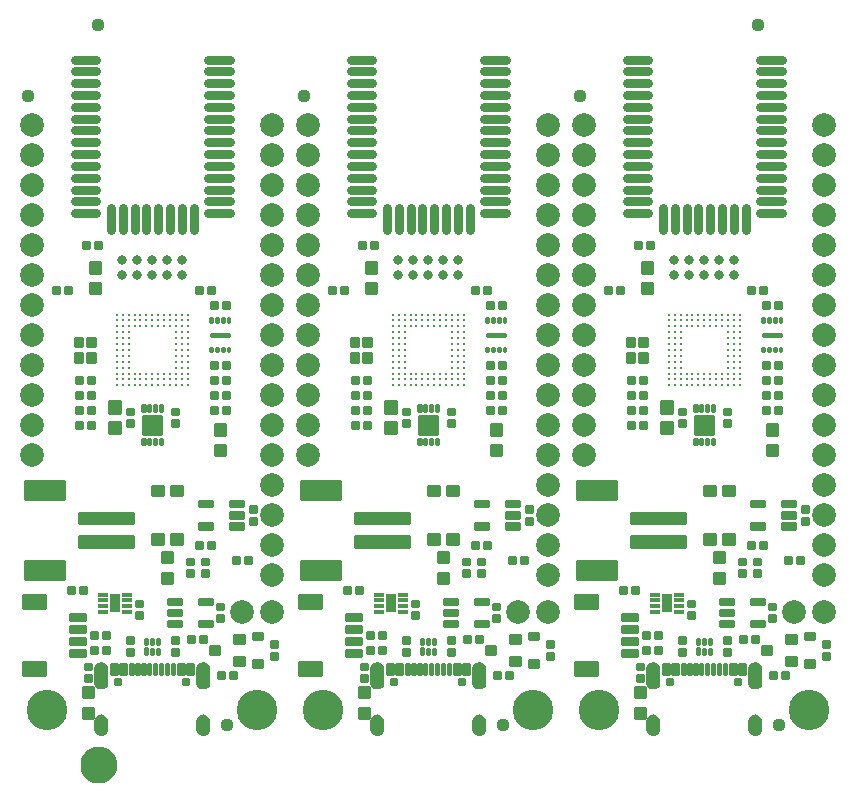
<source format=gts>
G04 EAGLE Gerber RS-274X export*
G75*
%MOMM*%
%FSLAX34Y34*%
%LPD*%
%INSoldermask Top*%
%IPPOS*%
%AMOC8*
5,1,8,0,0,1.08239X$1,22.5*%
G01*
%ADD10C,2.006600*%
%ADD11C,0.727000*%
%ADD12C,1.127000*%
%ADD13C,3.429000*%
%ADD14C,0.230578*%
%ADD15C,0.225369*%
%ADD16C,0.777000*%
%ADD17C,0.225400*%
%ADD18C,0.224509*%
%ADD19C,0.223409*%
%ADD20C,0.231750*%
%ADD21C,0.227100*%
%ADD22C,0.428259*%
%ADD23R,0.840000X0.440000*%
%ADD24R,0.940000X1.520000*%
%ADD25C,0.229969*%
%ADD26C,0.225588*%
%ADD27C,0.812800*%
%ADD28C,0.225938*%
%ADD29C,0.327000*%
%ADD30C,0.228900*%
%ADD31C,0.228019*%
%ADD32C,1.270000*%
%ADD33C,1.627000*%

G36*
X539744Y42883D02*
X539744Y42883D01*
X539750Y42889D01*
X539755Y42885D01*
X540985Y43250D01*
X540990Y43257D01*
X540995Y43255D01*
X542114Y43885D01*
X542117Y43892D01*
X542123Y43891D01*
X543073Y44754D01*
X543074Y44762D01*
X543080Y44762D01*
X543814Y45815D01*
X543814Y45823D01*
X543819Y45825D01*
X544301Y47015D01*
X544299Y47020D01*
X544303Y47023D01*
X544302Y47024D01*
X544304Y47025D01*
X544509Y48292D01*
X544506Y48297D01*
X544509Y48300D01*
X544509Y60300D01*
X544506Y60304D01*
X544509Y60307D01*
X544354Y61429D01*
X544349Y61434D01*
X544352Y61438D01*
X543981Y62509D01*
X543975Y62513D01*
X543977Y62518D01*
X543404Y63495D01*
X543398Y63498D01*
X543399Y63503D01*
X542646Y64350D01*
X542639Y64352D01*
X542639Y64357D01*
X541736Y65041D01*
X541729Y65041D01*
X541728Y65046D01*
X540709Y65541D01*
X540702Y65539D01*
X540700Y65544D01*
X539603Y65831D01*
X539597Y65828D01*
X539594Y65832D01*
X538463Y65899D01*
X538457Y65899D01*
X537326Y65832D01*
X537321Y65827D01*
X537317Y65831D01*
X536220Y65544D01*
X536216Y65538D01*
X536211Y65541D01*
X535192Y65046D01*
X535189Y65040D01*
X535184Y65041D01*
X534281Y64357D01*
X534279Y64350D01*
X534274Y64350D01*
X533521Y63503D01*
X533521Y63496D01*
X533516Y63495D01*
X532943Y62518D01*
X532944Y62515D01*
X532943Y62514D01*
X532944Y62513D01*
X532944Y62511D01*
X532939Y62509D01*
X532568Y61438D01*
X532570Y61433D01*
X532567Y61431D01*
X532567Y61430D01*
X532566Y61429D01*
X532411Y60307D01*
X532414Y60302D01*
X532411Y60300D01*
X532411Y48300D01*
X532414Y48295D01*
X532411Y48292D01*
X532616Y47025D01*
X532622Y47019D01*
X532619Y47015D01*
X533101Y45825D01*
X533108Y45821D01*
X533106Y45815D01*
X533840Y44762D01*
X533848Y44760D01*
X533847Y44754D01*
X534797Y43891D01*
X534806Y43890D01*
X534806Y43885D01*
X535925Y43255D01*
X535933Y43256D01*
X535935Y43250D01*
X537165Y42885D01*
X537173Y42888D01*
X537176Y42883D01*
X538457Y42801D01*
X538461Y42804D01*
X538463Y42801D01*
X539744Y42883D01*
G37*
G36*
X72384Y42883D02*
X72384Y42883D01*
X72390Y42889D01*
X72395Y42885D01*
X73625Y43250D01*
X73630Y43257D01*
X73635Y43255D01*
X74754Y43885D01*
X74757Y43892D01*
X74763Y43891D01*
X75713Y44754D01*
X75714Y44762D01*
X75720Y44762D01*
X76454Y45815D01*
X76454Y45823D01*
X76459Y45825D01*
X76941Y47015D01*
X76939Y47020D01*
X76943Y47023D01*
X76942Y47024D01*
X76944Y47025D01*
X77149Y48292D01*
X77146Y48297D01*
X77149Y48300D01*
X77149Y60300D01*
X77146Y60304D01*
X77149Y60307D01*
X76994Y61429D01*
X76989Y61434D01*
X76992Y61438D01*
X76621Y62509D01*
X76615Y62513D01*
X76617Y62518D01*
X76044Y63495D01*
X76038Y63498D01*
X76039Y63503D01*
X75286Y64350D01*
X75279Y64352D01*
X75279Y64357D01*
X74376Y65041D01*
X74369Y65041D01*
X74368Y65046D01*
X73349Y65541D01*
X73342Y65539D01*
X73340Y65544D01*
X72243Y65831D01*
X72237Y65828D01*
X72234Y65832D01*
X71103Y65899D01*
X71097Y65899D01*
X69966Y65832D01*
X69961Y65827D01*
X69957Y65831D01*
X68860Y65544D01*
X68856Y65538D01*
X68851Y65541D01*
X67832Y65046D01*
X67829Y65040D01*
X67824Y65041D01*
X66921Y64357D01*
X66919Y64350D01*
X66914Y64350D01*
X66161Y63503D01*
X66161Y63496D01*
X66156Y63495D01*
X65583Y62518D01*
X65584Y62515D01*
X65583Y62514D01*
X65584Y62513D01*
X65584Y62511D01*
X65579Y62509D01*
X65208Y61438D01*
X65210Y61433D01*
X65207Y61431D01*
X65207Y61430D01*
X65206Y61429D01*
X65051Y60307D01*
X65054Y60302D01*
X65051Y60300D01*
X65051Y48300D01*
X65054Y48295D01*
X65051Y48292D01*
X65256Y47025D01*
X65262Y47019D01*
X65259Y47015D01*
X65741Y45825D01*
X65748Y45821D01*
X65746Y45815D01*
X66480Y44762D01*
X66488Y44760D01*
X66487Y44754D01*
X67437Y43891D01*
X67446Y43890D01*
X67446Y43885D01*
X68565Y43255D01*
X68573Y43256D01*
X68575Y43250D01*
X69805Y42885D01*
X69813Y42888D01*
X69816Y42883D01*
X71097Y42801D01*
X71101Y42804D01*
X71103Y42801D01*
X72384Y42883D01*
G37*
G36*
X626144Y42883D02*
X626144Y42883D01*
X626150Y42889D01*
X626155Y42885D01*
X627385Y43250D01*
X627390Y43257D01*
X627395Y43255D01*
X628514Y43885D01*
X628517Y43892D01*
X628523Y43891D01*
X629473Y44754D01*
X629474Y44762D01*
X629480Y44762D01*
X630214Y45815D01*
X630214Y45823D01*
X630219Y45825D01*
X630701Y47015D01*
X630699Y47020D01*
X630703Y47023D01*
X630702Y47024D01*
X630704Y47025D01*
X630909Y48292D01*
X630906Y48297D01*
X630909Y48300D01*
X630909Y60300D01*
X630906Y60304D01*
X630909Y60307D01*
X630754Y61429D01*
X630749Y61434D01*
X630752Y61438D01*
X630381Y62509D01*
X630375Y62513D01*
X630377Y62518D01*
X629804Y63495D01*
X629798Y63498D01*
X629799Y63503D01*
X629046Y64350D01*
X629039Y64352D01*
X629039Y64357D01*
X628136Y65041D01*
X628129Y65041D01*
X628128Y65046D01*
X627109Y65541D01*
X627102Y65539D01*
X627100Y65544D01*
X626003Y65831D01*
X625997Y65828D01*
X625994Y65832D01*
X624863Y65899D01*
X624857Y65899D01*
X623726Y65832D01*
X623721Y65827D01*
X623717Y65831D01*
X622620Y65544D01*
X622616Y65538D01*
X622611Y65541D01*
X621592Y65046D01*
X621589Y65040D01*
X621584Y65041D01*
X620681Y64357D01*
X620679Y64350D01*
X620674Y64350D01*
X619921Y63503D01*
X619921Y63496D01*
X619916Y63495D01*
X619343Y62518D01*
X619344Y62515D01*
X619343Y62514D01*
X619344Y62513D01*
X619344Y62511D01*
X619339Y62509D01*
X618968Y61438D01*
X618970Y61433D01*
X618967Y61431D01*
X618967Y61430D01*
X618966Y61429D01*
X618811Y60307D01*
X618814Y60302D01*
X618811Y60300D01*
X618811Y48300D01*
X618814Y48295D01*
X618811Y48292D01*
X619016Y47025D01*
X619022Y47019D01*
X619019Y47015D01*
X619501Y45825D01*
X619508Y45821D01*
X619506Y45815D01*
X620240Y44762D01*
X620248Y44760D01*
X620247Y44754D01*
X621197Y43891D01*
X621206Y43890D01*
X621206Y43885D01*
X622325Y43255D01*
X622333Y43256D01*
X622335Y43250D01*
X623565Y42885D01*
X623573Y42888D01*
X623576Y42883D01*
X624857Y42801D01*
X624861Y42804D01*
X624863Y42801D01*
X626144Y42883D01*
G37*
G36*
X306064Y42883D02*
X306064Y42883D01*
X306070Y42889D01*
X306075Y42885D01*
X307305Y43250D01*
X307310Y43257D01*
X307315Y43255D01*
X308434Y43885D01*
X308437Y43892D01*
X308443Y43891D01*
X309393Y44754D01*
X309394Y44762D01*
X309400Y44762D01*
X310134Y45815D01*
X310134Y45823D01*
X310139Y45825D01*
X310621Y47015D01*
X310619Y47020D01*
X310623Y47023D01*
X310622Y47024D01*
X310624Y47025D01*
X310829Y48292D01*
X310826Y48297D01*
X310829Y48300D01*
X310829Y60300D01*
X310826Y60304D01*
X310829Y60307D01*
X310674Y61429D01*
X310669Y61434D01*
X310672Y61438D01*
X310301Y62509D01*
X310295Y62513D01*
X310297Y62518D01*
X309724Y63495D01*
X309718Y63498D01*
X309719Y63503D01*
X308966Y64350D01*
X308959Y64352D01*
X308959Y64357D01*
X308056Y65041D01*
X308049Y65041D01*
X308048Y65046D01*
X307029Y65541D01*
X307022Y65539D01*
X307020Y65544D01*
X305923Y65831D01*
X305917Y65828D01*
X305914Y65832D01*
X304783Y65899D01*
X304777Y65899D01*
X303646Y65832D01*
X303641Y65827D01*
X303637Y65831D01*
X302540Y65544D01*
X302536Y65538D01*
X302531Y65541D01*
X301512Y65046D01*
X301509Y65040D01*
X301504Y65041D01*
X300601Y64357D01*
X300599Y64350D01*
X300594Y64350D01*
X299841Y63503D01*
X299841Y63496D01*
X299836Y63495D01*
X299263Y62518D01*
X299264Y62515D01*
X299263Y62514D01*
X299264Y62513D01*
X299264Y62511D01*
X299259Y62509D01*
X298888Y61438D01*
X298890Y61433D01*
X298887Y61431D01*
X298887Y61430D01*
X298886Y61429D01*
X298731Y60307D01*
X298734Y60302D01*
X298731Y60300D01*
X298731Y48300D01*
X298734Y48295D01*
X298731Y48292D01*
X298936Y47025D01*
X298942Y47019D01*
X298939Y47015D01*
X299421Y45825D01*
X299428Y45821D01*
X299426Y45815D01*
X300160Y44762D01*
X300168Y44760D01*
X300167Y44754D01*
X301117Y43891D01*
X301126Y43890D01*
X301126Y43885D01*
X302245Y43255D01*
X302253Y43256D01*
X302255Y43250D01*
X303485Y42885D01*
X303493Y42888D01*
X303496Y42883D01*
X304777Y42801D01*
X304781Y42804D01*
X304783Y42801D01*
X306064Y42883D01*
G37*
G36*
X392464Y42883D02*
X392464Y42883D01*
X392470Y42889D01*
X392475Y42885D01*
X393705Y43250D01*
X393710Y43257D01*
X393715Y43255D01*
X394834Y43885D01*
X394837Y43892D01*
X394843Y43891D01*
X395793Y44754D01*
X395794Y44762D01*
X395800Y44762D01*
X396534Y45815D01*
X396534Y45823D01*
X396539Y45825D01*
X397021Y47015D01*
X397019Y47020D01*
X397023Y47023D01*
X397022Y47024D01*
X397024Y47025D01*
X397229Y48292D01*
X397226Y48297D01*
X397229Y48300D01*
X397229Y60300D01*
X397226Y60304D01*
X397229Y60307D01*
X397074Y61429D01*
X397069Y61434D01*
X397072Y61438D01*
X396701Y62509D01*
X396695Y62513D01*
X396697Y62518D01*
X396124Y63495D01*
X396118Y63498D01*
X396119Y63503D01*
X395366Y64350D01*
X395359Y64352D01*
X395359Y64357D01*
X394456Y65041D01*
X394449Y65041D01*
X394448Y65046D01*
X393429Y65541D01*
X393422Y65539D01*
X393420Y65544D01*
X392323Y65831D01*
X392317Y65828D01*
X392314Y65832D01*
X391183Y65899D01*
X391177Y65899D01*
X390046Y65832D01*
X390041Y65827D01*
X390037Y65831D01*
X388940Y65544D01*
X388936Y65538D01*
X388931Y65541D01*
X387912Y65046D01*
X387909Y65040D01*
X387904Y65041D01*
X387001Y64357D01*
X386999Y64350D01*
X386994Y64350D01*
X386241Y63503D01*
X386241Y63496D01*
X386236Y63495D01*
X385663Y62518D01*
X385664Y62515D01*
X385663Y62514D01*
X385664Y62513D01*
X385664Y62511D01*
X385659Y62509D01*
X385288Y61438D01*
X385290Y61433D01*
X385287Y61431D01*
X385287Y61430D01*
X385286Y61429D01*
X385131Y60307D01*
X385134Y60302D01*
X385131Y60300D01*
X385131Y48300D01*
X385134Y48295D01*
X385131Y48292D01*
X385336Y47025D01*
X385342Y47019D01*
X385339Y47015D01*
X385821Y45825D01*
X385828Y45821D01*
X385826Y45815D01*
X386560Y44762D01*
X386568Y44760D01*
X386567Y44754D01*
X387517Y43891D01*
X387526Y43890D01*
X387526Y43885D01*
X388645Y43255D01*
X388653Y43256D01*
X388655Y43250D01*
X389885Y42885D01*
X389893Y42888D01*
X389896Y42883D01*
X391177Y42801D01*
X391181Y42804D01*
X391183Y42801D01*
X392464Y42883D01*
G37*
G36*
X158784Y42883D02*
X158784Y42883D01*
X158790Y42889D01*
X158795Y42885D01*
X160025Y43250D01*
X160030Y43257D01*
X160035Y43255D01*
X161154Y43885D01*
X161157Y43892D01*
X161163Y43891D01*
X162113Y44754D01*
X162114Y44762D01*
X162120Y44762D01*
X162854Y45815D01*
X162854Y45823D01*
X162859Y45825D01*
X163341Y47015D01*
X163339Y47020D01*
X163343Y47023D01*
X163342Y47024D01*
X163344Y47025D01*
X163549Y48292D01*
X163546Y48297D01*
X163549Y48300D01*
X163549Y60300D01*
X163546Y60304D01*
X163549Y60307D01*
X163394Y61429D01*
X163389Y61434D01*
X163392Y61438D01*
X163021Y62509D01*
X163015Y62513D01*
X163017Y62518D01*
X162444Y63495D01*
X162438Y63498D01*
X162439Y63503D01*
X161686Y64350D01*
X161679Y64352D01*
X161679Y64357D01*
X160776Y65041D01*
X160769Y65041D01*
X160768Y65046D01*
X159749Y65541D01*
X159742Y65539D01*
X159740Y65544D01*
X158643Y65831D01*
X158637Y65828D01*
X158634Y65832D01*
X157503Y65899D01*
X157497Y65899D01*
X156366Y65832D01*
X156361Y65827D01*
X156357Y65831D01*
X155260Y65544D01*
X155256Y65538D01*
X155251Y65541D01*
X154232Y65046D01*
X154229Y65040D01*
X154224Y65041D01*
X153321Y64357D01*
X153319Y64350D01*
X153314Y64350D01*
X152561Y63503D01*
X152561Y63496D01*
X152556Y63495D01*
X151983Y62518D01*
X151984Y62515D01*
X151983Y62514D01*
X151984Y62513D01*
X151984Y62511D01*
X151979Y62509D01*
X151608Y61438D01*
X151610Y61433D01*
X151607Y61431D01*
X151607Y61430D01*
X151606Y61429D01*
X151451Y60307D01*
X151454Y60302D01*
X151451Y60300D01*
X151451Y48300D01*
X151454Y48295D01*
X151451Y48292D01*
X151656Y47025D01*
X151662Y47019D01*
X151659Y47015D01*
X152141Y45825D01*
X152148Y45821D01*
X152146Y45815D01*
X152880Y44762D01*
X152888Y44760D01*
X152887Y44754D01*
X153837Y43891D01*
X153846Y43890D01*
X153846Y43885D01*
X154965Y43255D01*
X154973Y43256D01*
X154975Y43250D01*
X156205Y42885D01*
X156213Y42888D01*
X156216Y42883D01*
X157497Y42801D01*
X157501Y42804D01*
X157503Y42801D01*
X158784Y42883D01*
G37*
G36*
X305951Y3611D02*
X305951Y3611D01*
X305956Y3616D01*
X305960Y3613D01*
X307083Y3948D01*
X307087Y3954D01*
X307091Y3952D01*
X308127Y4500D01*
X308130Y4506D01*
X308135Y4505D01*
X309043Y5244D01*
X309045Y5251D01*
X309050Y5251D01*
X309797Y6153D01*
X309797Y6161D01*
X309803Y6161D01*
X310359Y7192D01*
X310358Y7199D01*
X310363Y7201D01*
X310707Y8320D01*
X310705Y8327D01*
X310709Y8330D01*
X310829Y9495D01*
X310827Y9498D01*
X310829Y9500D01*
X310829Y15500D01*
X310827Y15503D01*
X310829Y15505D01*
X310718Y16681D01*
X310713Y16686D01*
X310716Y16690D01*
X310378Y17822D01*
X310372Y17826D01*
X310374Y17831D01*
X309822Y18875D01*
X309815Y18878D01*
X309817Y18883D01*
X309071Y19799D01*
X309064Y19800D01*
X309064Y19806D01*
X308155Y20559D01*
X308147Y20559D01*
X308147Y20564D01*
X307107Y21125D01*
X307100Y21124D01*
X307098Y21129D01*
X305969Y21476D01*
X305963Y21474D01*
X305960Y21478D01*
X304785Y21599D01*
X304778Y21595D01*
X304774Y21599D01*
X303434Y21442D01*
X303428Y21437D01*
X303423Y21440D01*
X302152Y20989D01*
X302147Y20982D01*
X302142Y20984D01*
X301003Y20262D01*
X301000Y20254D01*
X300994Y20255D01*
X300044Y19297D01*
X300043Y19289D01*
X300037Y19288D01*
X299324Y18143D01*
X299325Y18135D01*
X299319Y18133D01*
X298879Y16857D01*
X298881Y16850D01*
X298877Y16847D01*
X298731Y15505D01*
X298733Y15502D01*
X298731Y15500D01*
X298731Y9500D01*
X298733Y9497D01*
X298731Y9494D01*
X298886Y8165D01*
X298892Y8159D01*
X298889Y8155D01*
X299336Y6894D01*
X299343Y6889D01*
X299341Y6884D01*
X300058Y5754D01*
X300065Y5751D01*
X300064Y5745D01*
X301015Y4803D01*
X301023Y4802D01*
X301023Y4796D01*
X302159Y4089D01*
X302167Y4090D01*
X302169Y4084D01*
X303434Y3648D01*
X303439Y3649D01*
X303440Y3649D01*
X303443Y3649D01*
X303445Y3645D01*
X304775Y3501D01*
X304781Y3505D01*
X304785Y3501D01*
X305951Y3611D01*
G37*
G36*
X539631Y3611D02*
X539631Y3611D01*
X539636Y3616D01*
X539640Y3613D01*
X540763Y3948D01*
X540767Y3954D01*
X540771Y3952D01*
X541807Y4500D01*
X541810Y4506D01*
X541815Y4505D01*
X542723Y5244D01*
X542725Y5251D01*
X542730Y5251D01*
X543477Y6153D01*
X543477Y6161D01*
X543483Y6161D01*
X544039Y7192D01*
X544038Y7199D01*
X544043Y7201D01*
X544387Y8320D01*
X544385Y8327D01*
X544389Y8330D01*
X544509Y9495D01*
X544507Y9498D01*
X544509Y9500D01*
X544509Y15500D01*
X544507Y15503D01*
X544509Y15505D01*
X544398Y16681D01*
X544393Y16686D01*
X544396Y16690D01*
X544058Y17822D01*
X544052Y17826D01*
X544054Y17831D01*
X543502Y18875D01*
X543495Y18878D01*
X543497Y18883D01*
X542751Y19799D01*
X542744Y19800D01*
X542744Y19806D01*
X541835Y20559D01*
X541827Y20559D01*
X541827Y20564D01*
X540787Y21125D01*
X540780Y21124D01*
X540778Y21129D01*
X539649Y21476D01*
X539643Y21474D01*
X539640Y21478D01*
X538465Y21599D01*
X538458Y21595D01*
X538454Y21599D01*
X537114Y21442D01*
X537108Y21437D01*
X537103Y21440D01*
X535832Y20989D01*
X535827Y20982D01*
X535822Y20984D01*
X534683Y20262D01*
X534680Y20254D01*
X534674Y20255D01*
X533724Y19297D01*
X533723Y19289D01*
X533717Y19288D01*
X533004Y18143D01*
X533005Y18135D01*
X532999Y18133D01*
X532559Y16857D01*
X532561Y16850D01*
X532557Y16847D01*
X532411Y15505D01*
X532413Y15502D01*
X532411Y15500D01*
X532411Y9500D01*
X532413Y9497D01*
X532411Y9494D01*
X532566Y8165D01*
X532572Y8159D01*
X532569Y8155D01*
X533016Y6894D01*
X533023Y6889D01*
X533021Y6884D01*
X533738Y5754D01*
X533745Y5751D01*
X533744Y5745D01*
X534695Y4803D01*
X534703Y4802D01*
X534703Y4796D01*
X535839Y4089D01*
X535847Y4090D01*
X535849Y4084D01*
X537114Y3648D01*
X537119Y3649D01*
X537120Y3649D01*
X537123Y3649D01*
X537125Y3645D01*
X538455Y3501D01*
X538461Y3505D01*
X538465Y3501D01*
X539631Y3611D01*
G37*
G36*
X392351Y3611D02*
X392351Y3611D01*
X392356Y3616D01*
X392360Y3613D01*
X393483Y3948D01*
X393487Y3954D01*
X393491Y3952D01*
X394527Y4500D01*
X394530Y4506D01*
X394535Y4505D01*
X395443Y5244D01*
X395445Y5251D01*
X395450Y5251D01*
X396197Y6153D01*
X396197Y6161D01*
X396203Y6161D01*
X396759Y7192D01*
X396758Y7199D01*
X396763Y7201D01*
X397107Y8320D01*
X397105Y8327D01*
X397109Y8330D01*
X397229Y9495D01*
X397227Y9498D01*
X397229Y9500D01*
X397229Y15500D01*
X397227Y15503D01*
X397229Y15505D01*
X397118Y16681D01*
X397113Y16686D01*
X397116Y16690D01*
X396778Y17822D01*
X396772Y17826D01*
X396774Y17831D01*
X396222Y18875D01*
X396215Y18878D01*
X396217Y18883D01*
X395471Y19799D01*
X395464Y19800D01*
X395464Y19806D01*
X394555Y20559D01*
X394547Y20559D01*
X394547Y20564D01*
X393507Y21125D01*
X393500Y21124D01*
X393498Y21129D01*
X392369Y21476D01*
X392363Y21474D01*
X392360Y21478D01*
X391185Y21599D01*
X391178Y21595D01*
X391174Y21599D01*
X389834Y21442D01*
X389828Y21437D01*
X389823Y21440D01*
X388552Y20989D01*
X388547Y20982D01*
X388542Y20984D01*
X387403Y20262D01*
X387400Y20254D01*
X387394Y20255D01*
X386444Y19297D01*
X386443Y19289D01*
X386437Y19288D01*
X385724Y18143D01*
X385725Y18135D01*
X385719Y18133D01*
X385279Y16857D01*
X385281Y16850D01*
X385277Y16847D01*
X385131Y15505D01*
X385133Y15502D01*
X385131Y15500D01*
X385131Y9500D01*
X385133Y9497D01*
X385131Y9494D01*
X385286Y8165D01*
X385292Y8159D01*
X385289Y8155D01*
X385736Y6894D01*
X385743Y6889D01*
X385741Y6884D01*
X386458Y5754D01*
X386465Y5751D01*
X386464Y5745D01*
X387415Y4803D01*
X387423Y4802D01*
X387423Y4796D01*
X388559Y4089D01*
X388567Y4090D01*
X388569Y4084D01*
X389834Y3648D01*
X389839Y3649D01*
X389840Y3649D01*
X389843Y3649D01*
X389845Y3645D01*
X391175Y3501D01*
X391181Y3505D01*
X391185Y3501D01*
X392351Y3611D01*
G37*
G36*
X72271Y3611D02*
X72271Y3611D01*
X72276Y3616D01*
X72280Y3613D01*
X73403Y3948D01*
X73407Y3954D01*
X73411Y3952D01*
X74447Y4500D01*
X74450Y4506D01*
X74455Y4505D01*
X75363Y5244D01*
X75365Y5251D01*
X75370Y5251D01*
X76117Y6153D01*
X76117Y6161D01*
X76123Y6161D01*
X76679Y7192D01*
X76678Y7199D01*
X76683Y7201D01*
X77027Y8320D01*
X77025Y8327D01*
X77029Y8330D01*
X77149Y9495D01*
X77147Y9498D01*
X77149Y9500D01*
X77149Y15500D01*
X77147Y15503D01*
X77149Y15505D01*
X77038Y16681D01*
X77033Y16686D01*
X77036Y16690D01*
X76698Y17822D01*
X76692Y17826D01*
X76694Y17831D01*
X76142Y18875D01*
X76135Y18878D01*
X76137Y18883D01*
X75391Y19799D01*
X75384Y19800D01*
X75384Y19806D01*
X74475Y20559D01*
X74467Y20559D01*
X74467Y20564D01*
X73427Y21125D01*
X73420Y21124D01*
X73418Y21129D01*
X72289Y21476D01*
X72283Y21474D01*
X72280Y21478D01*
X71105Y21599D01*
X71098Y21595D01*
X71094Y21599D01*
X69754Y21442D01*
X69748Y21437D01*
X69743Y21440D01*
X68472Y20989D01*
X68467Y20982D01*
X68462Y20984D01*
X67323Y20262D01*
X67320Y20254D01*
X67314Y20255D01*
X66364Y19297D01*
X66363Y19289D01*
X66357Y19288D01*
X65644Y18143D01*
X65645Y18135D01*
X65639Y18133D01*
X65199Y16857D01*
X65201Y16850D01*
X65197Y16847D01*
X65051Y15505D01*
X65053Y15502D01*
X65051Y15500D01*
X65051Y9500D01*
X65053Y9497D01*
X65051Y9494D01*
X65206Y8165D01*
X65212Y8159D01*
X65209Y8155D01*
X65656Y6894D01*
X65663Y6889D01*
X65661Y6884D01*
X66378Y5754D01*
X66385Y5751D01*
X66384Y5745D01*
X67335Y4803D01*
X67343Y4802D01*
X67343Y4796D01*
X68479Y4089D01*
X68487Y4090D01*
X68489Y4084D01*
X69754Y3648D01*
X69759Y3649D01*
X69760Y3649D01*
X69763Y3649D01*
X69765Y3645D01*
X71095Y3501D01*
X71101Y3505D01*
X71105Y3501D01*
X72271Y3611D01*
G37*
G36*
X158671Y3611D02*
X158671Y3611D01*
X158676Y3616D01*
X158680Y3613D01*
X159803Y3948D01*
X159807Y3954D01*
X159811Y3952D01*
X160847Y4500D01*
X160850Y4506D01*
X160855Y4505D01*
X161763Y5244D01*
X161765Y5251D01*
X161770Y5251D01*
X162517Y6153D01*
X162517Y6161D01*
X162523Y6161D01*
X163079Y7192D01*
X163078Y7199D01*
X163083Y7201D01*
X163427Y8320D01*
X163425Y8327D01*
X163429Y8330D01*
X163549Y9495D01*
X163547Y9498D01*
X163549Y9500D01*
X163549Y15500D01*
X163547Y15503D01*
X163549Y15505D01*
X163438Y16681D01*
X163433Y16686D01*
X163436Y16690D01*
X163098Y17822D01*
X163092Y17826D01*
X163094Y17831D01*
X162542Y18875D01*
X162535Y18878D01*
X162537Y18883D01*
X161791Y19799D01*
X161784Y19800D01*
X161784Y19806D01*
X160875Y20559D01*
X160867Y20559D01*
X160867Y20564D01*
X159827Y21125D01*
X159820Y21124D01*
X159818Y21129D01*
X158689Y21476D01*
X158683Y21474D01*
X158680Y21478D01*
X157505Y21599D01*
X157498Y21595D01*
X157494Y21599D01*
X156154Y21442D01*
X156148Y21437D01*
X156143Y21440D01*
X154872Y20989D01*
X154867Y20982D01*
X154862Y20984D01*
X153723Y20262D01*
X153720Y20254D01*
X153714Y20255D01*
X152764Y19297D01*
X152763Y19289D01*
X152757Y19288D01*
X152044Y18143D01*
X152045Y18135D01*
X152039Y18133D01*
X151599Y16857D01*
X151601Y16850D01*
X151597Y16847D01*
X151451Y15505D01*
X151453Y15502D01*
X151451Y15500D01*
X151451Y9500D01*
X151453Y9497D01*
X151451Y9494D01*
X151606Y8165D01*
X151612Y8159D01*
X151609Y8155D01*
X152056Y6894D01*
X152063Y6889D01*
X152061Y6884D01*
X152778Y5754D01*
X152785Y5751D01*
X152784Y5745D01*
X153735Y4803D01*
X153743Y4802D01*
X153743Y4796D01*
X154879Y4089D01*
X154887Y4090D01*
X154889Y4084D01*
X156154Y3648D01*
X156159Y3649D01*
X156160Y3649D01*
X156163Y3649D01*
X156165Y3645D01*
X157495Y3501D01*
X157501Y3505D01*
X157505Y3501D01*
X158671Y3611D01*
G37*
G36*
X626031Y3611D02*
X626031Y3611D01*
X626036Y3616D01*
X626040Y3613D01*
X627163Y3948D01*
X627167Y3954D01*
X627171Y3952D01*
X628207Y4500D01*
X628210Y4506D01*
X628215Y4505D01*
X629123Y5244D01*
X629125Y5251D01*
X629130Y5251D01*
X629877Y6153D01*
X629877Y6161D01*
X629883Y6161D01*
X630439Y7192D01*
X630438Y7199D01*
X630443Y7201D01*
X630787Y8320D01*
X630785Y8327D01*
X630789Y8330D01*
X630909Y9495D01*
X630907Y9498D01*
X630909Y9500D01*
X630909Y15500D01*
X630907Y15503D01*
X630909Y15505D01*
X630798Y16681D01*
X630793Y16686D01*
X630796Y16690D01*
X630458Y17822D01*
X630452Y17826D01*
X630454Y17831D01*
X629902Y18875D01*
X629895Y18878D01*
X629897Y18883D01*
X629151Y19799D01*
X629144Y19800D01*
X629144Y19806D01*
X628235Y20559D01*
X628227Y20559D01*
X628227Y20564D01*
X627187Y21125D01*
X627180Y21124D01*
X627178Y21129D01*
X626049Y21476D01*
X626043Y21474D01*
X626040Y21478D01*
X624865Y21599D01*
X624858Y21595D01*
X624854Y21599D01*
X623514Y21442D01*
X623508Y21437D01*
X623503Y21440D01*
X622232Y20989D01*
X622227Y20982D01*
X622222Y20984D01*
X621083Y20262D01*
X621080Y20254D01*
X621074Y20255D01*
X620124Y19297D01*
X620123Y19289D01*
X620117Y19288D01*
X619404Y18143D01*
X619405Y18135D01*
X619399Y18133D01*
X618959Y16857D01*
X618961Y16850D01*
X618957Y16847D01*
X618811Y15505D01*
X618813Y15502D01*
X618811Y15500D01*
X618811Y9500D01*
X618813Y9497D01*
X618811Y9494D01*
X618966Y8165D01*
X618972Y8159D01*
X618969Y8155D01*
X619416Y6894D01*
X619423Y6889D01*
X619421Y6884D01*
X620138Y5754D01*
X620145Y5751D01*
X620144Y5745D01*
X621095Y4803D01*
X621103Y4802D01*
X621103Y4796D01*
X622239Y4089D01*
X622247Y4090D01*
X622249Y4084D01*
X623514Y3648D01*
X623519Y3649D01*
X623520Y3649D01*
X623523Y3649D01*
X623525Y3645D01*
X624855Y3501D01*
X624861Y3505D01*
X624865Y3501D01*
X626031Y3611D01*
G37*
D10*
X215900Y520700D03*
X215900Y495300D03*
X215900Y469900D03*
X215900Y444500D03*
X215900Y419100D03*
X215900Y393700D03*
X215900Y368300D03*
X215900Y342900D03*
X215900Y317500D03*
X215900Y292100D03*
X215900Y266700D03*
X215900Y241300D03*
X215900Y215900D03*
X215900Y190500D03*
X215900Y165100D03*
X215900Y139700D03*
X12700Y241300D03*
X12700Y266700D03*
X12700Y292100D03*
X12700Y317500D03*
X12700Y342900D03*
X12700Y368300D03*
X12700Y393700D03*
X12700Y419100D03*
X12700Y444500D03*
X12700Y469900D03*
X12700Y495300D03*
X12700Y520700D03*
D11*
X48800Y576000D02*
X66800Y576000D01*
X66800Y566000D02*
X48800Y566000D01*
X48800Y556000D02*
X66800Y556000D01*
X66800Y546000D02*
X48800Y546000D01*
X48800Y536000D02*
X66800Y536000D01*
X66800Y526000D02*
X48800Y526000D01*
X48800Y516000D02*
X66800Y516000D01*
X66800Y506000D02*
X48800Y506000D01*
X48800Y496000D02*
X66800Y496000D01*
X66800Y486000D02*
X48800Y486000D01*
X48800Y476000D02*
X66800Y476000D01*
X66800Y466000D02*
X48800Y466000D01*
X48800Y456000D02*
X66800Y456000D01*
X66800Y446000D02*
X48800Y446000D01*
X79300Y450000D02*
X79300Y432000D01*
X89300Y432000D02*
X89300Y450000D01*
X99300Y450000D02*
X99300Y432000D01*
X109300Y432000D02*
X109300Y450000D01*
X119300Y450000D02*
X119300Y432000D01*
X129300Y432000D02*
X129300Y450000D01*
X139300Y450000D02*
X139300Y432000D01*
X149300Y432000D02*
X149300Y450000D01*
X161800Y446000D02*
X179800Y446000D01*
X179800Y456000D02*
X161800Y456000D01*
X161800Y466000D02*
X179800Y466000D01*
X179800Y476000D02*
X161800Y476000D01*
X161800Y486000D02*
X179800Y486000D01*
X179800Y496000D02*
X161800Y496000D01*
X161800Y506000D02*
X179800Y506000D01*
X179800Y516000D02*
X161800Y516000D01*
X161800Y526000D02*
X179800Y526000D01*
X179800Y536000D02*
X161800Y536000D01*
X161800Y546000D02*
X179800Y546000D01*
X179800Y556000D02*
X161800Y556000D01*
X161800Y566000D02*
X179800Y566000D01*
X179800Y576000D02*
X161800Y576000D01*
D12*
X8890Y544830D03*
X177800Y12700D03*
D13*
X25400Y25400D03*
X203200Y25400D03*
D14*
X122782Y55618D02*
X120818Y55618D01*
X120818Y64582D01*
X122782Y64582D01*
X122782Y55618D01*
X122782Y57809D02*
X120818Y57809D01*
X120818Y60000D02*
X122782Y60000D01*
X122782Y62191D02*
X120818Y62191D01*
X120818Y64382D02*
X122782Y64382D01*
X117782Y55618D02*
X115818Y55618D01*
X115818Y64582D01*
X117782Y64582D01*
X117782Y55618D01*
X117782Y57809D02*
X115818Y57809D01*
X115818Y60000D02*
X117782Y60000D01*
X117782Y62191D02*
X115818Y62191D01*
X115818Y64382D02*
X117782Y64382D01*
D15*
X144042Y55592D02*
X149058Y55592D01*
X144042Y55592D02*
X144042Y64608D01*
X149058Y64608D01*
X149058Y55592D01*
X149058Y57733D02*
X144042Y57733D01*
X144042Y59874D02*
X149058Y59874D01*
X149058Y62015D02*
X144042Y62015D01*
X144042Y64156D02*
X149058Y64156D01*
X141308Y55592D02*
X136292Y55592D01*
X136292Y64608D01*
X141308Y64608D01*
X141308Y55592D01*
X141308Y57733D02*
X136292Y57733D01*
X136292Y59874D02*
X141308Y59874D01*
X141308Y62015D02*
X136292Y62015D01*
X136292Y64156D02*
X141308Y64156D01*
D14*
X132782Y55618D02*
X130818Y55618D01*
X130818Y64582D01*
X132782Y64582D01*
X132782Y55618D01*
X132782Y57809D02*
X130818Y57809D01*
X130818Y60000D02*
X132782Y60000D01*
X132782Y62191D02*
X130818Y62191D01*
X130818Y64382D02*
X132782Y64382D01*
X127782Y55618D02*
X125818Y55618D01*
X125818Y64582D01*
X127782Y64582D01*
X127782Y55618D01*
X127782Y57809D02*
X125818Y57809D01*
X125818Y60000D02*
X127782Y60000D01*
X127782Y62191D02*
X125818Y62191D01*
X125818Y64382D02*
X127782Y64382D01*
X107782Y64582D02*
X105818Y64582D01*
X107782Y64582D02*
X107782Y55618D01*
X105818Y55618D01*
X105818Y64582D01*
X105818Y57809D02*
X107782Y57809D01*
X107782Y60000D02*
X105818Y60000D01*
X105818Y62191D02*
X107782Y62191D01*
X107782Y64382D02*
X105818Y64382D01*
X110818Y64582D02*
X112782Y64582D01*
X112782Y55618D01*
X110818Y55618D01*
X110818Y64582D01*
X110818Y57809D02*
X112782Y57809D01*
X112782Y60000D02*
X110818Y60000D01*
X110818Y62191D02*
X112782Y62191D01*
X112782Y64382D02*
X110818Y64382D01*
D15*
X84558Y64608D02*
X79542Y64608D01*
X84558Y64608D02*
X84558Y55592D01*
X79542Y55592D01*
X79542Y64608D01*
X79542Y57733D02*
X84558Y57733D01*
X84558Y59874D02*
X79542Y59874D01*
X79542Y62015D02*
X84558Y62015D01*
X84558Y64156D02*
X79542Y64156D01*
X87292Y64608D02*
X92308Y64608D01*
X92308Y55592D01*
X87292Y55592D01*
X87292Y64608D01*
X87292Y57733D02*
X92308Y57733D01*
X92308Y59874D02*
X87292Y59874D01*
X87292Y62015D02*
X92308Y62015D01*
X92308Y64156D02*
X87292Y64156D01*
D14*
X95818Y64582D02*
X97782Y64582D01*
X97782Y55618D01*
X95818Y55618D01*
X95818Y64582D01*
X95818Y57809D02*
X97782Y57809D01*
X97782Y60000D02*
X95818Y60000D01*
X95818Y62191D02*
X97782Y62191D01*
X97782Y64382D02*
X95818Y64382D01*
X100818Y64582D02*
X102782Y64582D01*
X102782Y55618D01*
X100818Y55618D01*
X100818Y64582D01*
X100818Y57809D02*
X102782Y57809D01*
X102782Y60000D02*
X100818Y60000D01*
X100818Y62191D02*
X102782Y62191D01*
X102782Y64382D02*
X100818Y64382D01*
D16*
X85400Y49050D03*
X143200Y49050D03*
D17*
X97608Y163292D02*
X97608Y172308D01*
X97608Y163292D02*
X52592Y163292D01*
X52592Y172308D01*
X97608Y172308D01*
X97608Y165433D02*
X52592Y165433D01*
X52592Y167574D02*
X97608Y167574D01*
X97608Y169715D02*
X52592Y169715D01*
X52592Y171856D02*
X97608Y171856D01*
X97608Y183292D02*
X97608Y192308D01*
X97608Y183292D02*
X52592Y183292D01*
X52592Y192308D01*
X97608Y192308D01*
X97608Y185433D02*
X52592Y185433D01*
X52592Y187574D02*
X97608Y187574D01*
X97608Y189715D02*
X52592Y189715D01*
X52592Y191856D02*
X97608Y191856D01*
D18*
X39613Y151313D02*
X6587Y151313D01*
X39613Y151313D02*
X39613Y136287D01*
X6587Y136287D01*
X6587Y151313D01*
X6587Y138420D02*
X39613Y138420D01*
X39613Y140553D02*
X6587Y140553D01*
X6587Y142686D02*
X39613Y142686D01*
X39613Y144819D02*
X6587Y144819D01*
X6587Y146952D02*
X39613Y146952D01*
X39613Y149085D02*
X6587Y149085D01*
X6587Y151218D02*
X39613Y151218D01*
X39613Y219313D02*
X6587Y219313D01*
X39613Y219313D02*
X39613Y204287D01*
X6587Y204287D01*
X6587Y219313D01*
X6587Y206420D02*
X39613Y206420D01*
X39613Y208553D02*
X6587Y208553D01*
X6587Y210686D02*
X39613Y210686D01*
X39613Y212819D02*
X6587Y212819D01*
X6587Y214952D02*
X39613Y214952D01*
X39613Y217085D02*
X6587Y217085D01*
X6587Y219218D02*
X39613Y219218D01*
D19*
X191239Y183268D02*
X191239Y178732D01*
X180203Y178732D01*
X180203Y183268D01*
X191239Y183268D01*
X191239Y180854D02*
X180203Y180854D01*
X180203Y182976D02*
X191239Y182976D01*
X191239Y188232D02*
X191239Y192768D01*
X191239Y188232D02*
X180203Y188232D01*
X180203Y192768D01*
X191239Y192768D01*
X191239Y190354D02*
X180203Y190354D01*
X180203Y192476D02*
X191239Y192476D01*
X191239Y197732D02*
X191239Y202268D01*
X191239Y197732D02*
X180203Y197732D01*
X180203Y202268D01*
X191239Y202268D01*
X191239Y199854D02*
X180203Y199854D01*
X180203Y201976D02*
X191239Y201976D01*
X165237Y202268D02*
X165237Y197732D01*
X154201Y197732D01*
X154201Y202268D01*
X165237Y202268D01*
X165237Y199854D02*
X154201Y199854D01*
X154201Y201976D02*
X165237Y201976D01*
X165237Y183268D02*
X165237Y178732D01*
X154201Y178732D01*
X154201Y183268D01*
X165237Y183268D01*
X165237Y180854D02*
X154201Y180854D01*
X154201Y182976D02*
X165237Y182976D01*
D20*
X191776Y70176D02*
X191776Y63224D01*
X183824Y63224D01*
X183824Y70176D01*
X191776Y70176D01*
X191776Y65426D02*
X183824Y65426D01*
X183824Y67628D02*
X191776Y67628D01*
X191776Y69830D02*
X183824Y69830D01*
X191776Y82224D02*
X191776Y89176D01*
X191776Y82224D02*
X183824Y82224D01*
X183824Y89176D01*
X191776Y89176D01*
X191776Y84426D02*
X183824Y84426D01*
X183824Y86628D02*
X191776Y86628D01*
X191776Y88830D02*
X183824Y88830D01*
X170776Y79676D02*
X170776Y72724D01*
X162824Y72724D01*
X162824Y79676D01*
X170776Y79676D01*
X170776Y74926D02*
X162824Y74926D01*
X162824Y77128D02*
X170776Y77128D01*
X170776Y79330D02*
X162824Y79330D01*
D15*
X201898Y182992D02*
X201898Y188008D01*
X201898Y182992D02*
X196882Y182992D01*
X196882Y188008D01*
X201898Y188008D01*
X201898Y185133D02*
X196882Y185133D01*
X196882Y187274D02*
X201898Y187274D01*
X201898Y192992D02*
X201898Y198008D01*
X201898Y192992D02*
X196882Y192992D01*
X196882Y198008D01*
X201898Y198008D01*
X201898Y195133D02*
X196882Y195133D01*
X196882Y197274D02*
X201898Y197274D01*
X198008Y154908D02*
X192992Y154908D01*
X198008Y154908D02*
X198008Y149892D01*
X192992Y149892D01*
X192992Y154908D01*
X192992Y152033D02*
X198008Y152033D01*
X198008Y154174D02*
X192992Y154174D01*
X188008Y154908D02*
X182992Y154908D01*
X188008Y154908D02*
X188008Y149892D01*
X182992Y149892D01*
X182992Y154908D01*
X182992Y152033D02*
X188008Y152033D01*
X188008Y154174D02*
X182992Y154174D01*
D21*
X199550Y90350D02*
X199550Y85050D01*
X199550Y90350D02*
X206850Y90350D01*
X206850Y85050D01*
X199550Y85050D01*
X199550Y87207D02*
X206850Y87207D01*
X206850Y89364D02*
X199550Y89364D01*
X199550Y67350D02*
X199550Y62050D01*
X199550Y67350D02*
X206850Y67350D01*
X206850Y62050D01*
X199550Y62050D01*
X199550Y64207D02*
X206850Y64207D01*
X206850Y66364D02*
X199550Y66364D01*
D15*
X214662Y78692D02*
X214662Y83708D01*
X219678Y83708D01*
X219678Y78692D01*
X214662Y78692D01*
X214662Y80833D02*
X219678Y80833D01*
X219678Y82974D02*
X214662Y82974D01*
X214662Y73708D02*
X214662Y68692D01*
X214662Y73708D02*
X219678Y73708D01*
X219678Y68692D01*
X214662Y68692D01*
X214662Y70833D02*
X219678Y70833D01*
X219678Y72974D02*
X214662Y72974D01*
X166258Y167608D02*
X161242Y167608D01*
X166258Y167608D02*
X166258Y162592D01*
X161242Y162592D01*
X161242Y167608D01*
X161242Y164733D02*
X166258Y164733D01*
X166258Y166874D02*
X161242Y166874D01*
X156258Y167608D02*
X151242Y167608D01*
X156258Y167608D02*
X156258Y162592D01*
X151242Y162592D01*
X151242Y167608D01*
X151242Y164733D02*
X156258Y164733D01*
X156258Y166874D02*
X151242Y166874D01*
D19*
X127531Y119718D02*
X127531Y115182D01*
X127531Y119718D02*
X138567Y119718D01*
X138567Y115182D01*
X127531Y115182D01*
X127531Y117304D02*
X138567Y117304D01*
X138567Y119426D02*
X127531Y119426D01*
X127531Y110218D02*
X127531Y105682D01*
X127531Y110218D02*
X138567Y110218D01*
X138567Y105682D01*
X127531Y105682D01*
X127531Y107804D02*
X138567Y107804D01*
X138567Y109926D02*
X127531Y109926D01*
X127531Y100718D02*
X127531Y96182D01*
X127531Y100718D02*
X138567Y100718D01*
X138567Y96182D01*
X127531Y96182D01*
X127531Y98304D02*
X138567Y98304D01*
X138567Y100426D02*
X127531Y100426D01*
X153533Y100718D02*
X153533Y96182D01*
X153533Y100718D02*
X164569Y100718D01*
X164569Y96182D01*
X153533Y96182D01*
X153533Y98304D02*
X164569Y98304D01*
X164569Y100426D02*
X153533Y100426D01*
X153533Y115182D02*
X153533Y119718D01*
X164569Y119718D01*
X164569Y115182D01*
X153533Y115182D01*
X153533Y117304D02*
X164569Y117304D01*
X164569Y119426D02*
X153533Y119426D01*
D22*
X130494Y140774D02*
X123506Y140774D01*
X130494Y140774D02*
X130494Y133786D01*
X123506Y133786D01*
X123506Y140774D01*
X123506Y137855D02*
X130494Y137855D01*
X130494Y158314D02*
X123506Y158314D01*
X130494Y158314D02*
X130494Y151326D01*
X123506Y151326D01*
X123506Y158314D01*
X123506Y155395D02*
X130494Y155395D01*
D15*
X168942Y115458D02*
X168942Y110442D01*
X168942Y115458D02*
X173958Y115458D01*
X173958Y110442D01*
X168942Y110442D01*
X168942Y112583D02*
X173958Y112583D01*
X173958Y114724D02*
X168942Y114724D01*
X168942Y105458D02*
X168942Y100442D01*
X168942Y105458D02*
X173958Y105458D01*
X173958Y100442D01*
X168942Y100442D01*
X168942Y102583D02*
X173958Y102583D01*
X173958Y104724D02*
X168942Y104724D01*
X180292Y57118D02*
X185308Y57118D01*
X185308Y52102D01*
X180292Y52102D01*
X180292Y57118D01*
X180292Y54243D02*
X185308Y54243D01*
X185308Y56384D02*
X180292Y56384D01*
X175308Y57118D02*
X170292Y57118D01*
X175308Y57118D02*
X175308Y52102D01*
X170292Y52102D01*
X170292Y57118D01*
X170292Y54243D02*
X175308Y54243D01*
X175308Y56384D02*
X170292Y56384D01*
X143542Y148542D02*
X143542Y153558D01*
X148558Y153558D01*
X148558Y148542D01*
X143542Y148542D01*
X143542Y150683D02*
X148558Y150683D01*
X148558Y152824D02*
X143542Y152824D01*
X143542Y143558D02*
X143542Y138542D01*
X143542Y143558D02*
X148558Y143558D01*
X148558Y138542D01*
X143542Y138542D01*
X143542Y140683D02*
X148558Y140683D01*
X148558Y142824D02*
X143542Y142824D01*
X156242Y148542D02*
X156242Y153558D01*
X161258Y153558D01*
X161258Y148542D01*
X156242Y148542D01*
X156242Y150683D02*
X161258Y150683D01*
X161258Y152824D02*
X156242Y152824D01*
X156242Y143558D02*
X156242Y138542D01*
X156242Y143558D02*
X161258Y143558D01*
X161258Y138542D01*
X156242Y138542D01*
X156242Y140683D02*
X161258Y140683D01*
X161258Y142824D02*
X156242Y142824D01*
X154892Y87598D02*
X159908Y87598D01*
X159908Y82582D01*
X154892Y82582D01*
X154892Y87598D01*
X154892Y84723D02*
X159908Y84723D01*
X159908Y86864D02*
X154892Y86864D01*
X149908Y87598D02*
X144892Y87598D01*
X149908Y87598D02*
X149908Y82582D01*
X144892Y82582D01*
X144892Y87598D01*
X144892Y84723D02*
X149908Y84723D01*
X149908Y86864D02*
X144892Y86864D01*
D23*
X72650Y108070D03*
X72650Y113070D03*
X72650Y118070D03*
X72650Y123070D03*
X92650Y123070D03*
X92650Y118070D03*
X92650Y113070D03*
X92650Y108070D03*
D24*
X82550Y115570D03*
D15*
X100362Y117998D02*
X100362Y112982D01*
X100362Y117998D02*
X105378Y117998D01*
X105378Y112982D01*
X100362Y112982D01*
X100362Y115123D02*
X105378Y115123D01*
X105378Y117264D02*
X100362Y117264D01*
X100362Y107998D02*
X100362Y102982D01*
X100362Y107998D02*
X105378Y107998D01*
X105378Y102982D01*
X100362Y102982D01*
X100362Y105123D02*
X105378Y105123D01*
X105378Y107264D02*
X100362Y107264D01*
X130842Y86756D02*
X130842Y81740D01*
X130842Y86756D02*
X135858Y86756D01*
X135858Y81740D01*
X130842Y81740D01*
X130842Y83881D02*
X135858Y83881D01*
X135858Y86022D02*
X130842Y86022D01*
X130842Y76756D02*
X130842Y71740D01*
X130842Y76756D02*
X135858Y76756D01*
X135858Y71740D01*
X130842Y71740D01*
X130842Y73881D02*
X135858Y73881D01*
X135858Y76022D02*
X130842Y76022D01*
X92742Y81740D02*
X92742Y86756D01*
X97758Y86756D01*
X97758Y81740D01*
X92742Y81740D01*
X92742Y83881D02*
X97758Y83881D01*
X97758Y86022D02*
X92742Y86022D01*
X92742Y76756D02*
X92742Y71740D01*
X92742Y76756D02*
X97758Y76756D01*
X97758Y71740D01*
X92742Y71740D01*
X92742Y73881D02*
X97758Y73881D01*
X97758Y76022D02*
X92742Y76022D01*
D25*
X110035Y77733D02*
X110035Y72663D01*
X108565Y72663D01*
X108565Y77733D01*
X110035Y77733D01*
X110035Y74848D02*
X108565Y74848D01*
X108565Y77033D02*
X110035Y77033D01*
X115035Y77233D02*
X115035Y72663D01*
X113565Y72663D01*
X113565Y77233D01*
X115035Y77233D01*
X115035Y74848D02*
X113565Y74848D01*
X113565Y77033D02*
X115035Y77033D01*
X120035Y77233D02*
X120035Y72663D01*
X118565Y72663D01*
X118565Y77233D01*
X120035Y77233D01*
X120035Y74848D02*
X118565Y74848D01*
X118565Y77033D02*
X120035Y77033D01*
X118565Y81263D02*
X118565Y85833D01*
X120035Y85833D01*
X120035Y81263D01*
X118565Y81263D01*
X118565Y83448D02*
X120035Y83448D01*
X120035Y85633D02*
X118565Y85633D01*
X113565Y85833D02*
X113565Y81263D01*
X113565Y85833D02*
X115035Y85833D01*
X115035Y81263D01*
X113565Y81263D01*
X113565Y83448D02*
X115035Y83448D01*
X115035Y85633D02*
X113565Y85633D01*
X108565Y85833D02*
X108565Y81263D01*
X108565Y85833D02*
X110035Y85833D01*
X110035Y81263D01*
X108565Y81263D01*
X108565Y83448D02*
X110035Y83448D01*
X110035Y85633D02*
X108565Y85633D01*
D10*
X215900Y107950D03*
X190500Y107950D03*
D26*
X4543Y111393D02*
X4543Y122407D01*
X23557Y122407D01*
X23557Y111393D01*
X4543Y111393D01*
X4543Y113536D02*
X23557Y113536D01*
X23557Y115679D02*
X4543Y115679D01*
X4543Y117822D02*
X23557Y117822D01*
X23557Y119965D02*
X4543Y119965D01*
X4543Y122108D02*
X23557Y122108D01*
X4543Y66407D02*
X4543Y55393D01*
X4543Y66407D02*
X23557Y66407D01*
X23557Y55393D01*
X4543Y55393D01*
X4543Y57536D02*
X23557Y57536D01*
X23557Y59679D02*
X4543Y59679D01*
X4543Y61822D02*
X23557Y61822D01*
X23557Y63965D02*
X4543Y63965D01*
X4543Y66108D02*
X23557Y66108D01*
D15*
X44542Y101392D02*
X44542Y106408D01*
X57058Y106408D01*
X57058Y101392D01*
X44542Y101392D01*
X44542Y103533D02*
X57058Y103533D01*
X57058Y105674D02*
X44542Y105674D01*
X44542Y96408D02*
X44542Y91392D01*
X44542Y96408D02*
X57058Y96408D01*
X57058Y91392D01*
X44542Y91392D01*
X44542Y93533D02*
X57058Y93533D01*
X57058Y95674D02*
X44542Y95674D01*
X44542Y86408D02*
X44542Y81392D01*
X44542Y86408D02*
X57058Y86408D01*
X57058Y81392D01*
X44542Y81392D01*
X44542Y83533D02*
X57058Y83533D01*
X57058Y85674D02*
X44542Y85674D01*
X44542Y76408D02*
X44542Y71392D01*
X44542Y76408D02*
X57058Y76408D01*
X57058Y71392D01*
X44542Y71392D01*
X44542Y73533D02*
X57058Y73533D01*
X57058Y75674D02*
X44542Y75674D01*
X62342Y73692D02*
X67358Y73692D01*
X62342Y73692D02*
X62342Y78708D01*
X67358Y78708D01*
X67358Y73692D01*
X67358Y75833D02*
X62342Y75833D01*
X62342Y77974D02*
X67358Y77974D01*
X72342Y73692D02*
X77358Y73692D01*
X72342Y73692D02*
X72342Y78708D01*
X77358Y78708D01*
X77358Y73692D01*
X77358Y75833D02*
X72342Y75833D01*
X72342Y77974D02*
X77358Y77974D01*
X67358Y86392D02*
X62342Y86392D01*
X62342Y91408D01*
X67358Y91408D01*
X67358Y86392D01*
X67358Y88533D02*
X62342Y88533D01*
X62342Y90674D02*
X67358Y90674D01*
X72342Y86392D02*
X77358Y86392D01*
X72342Y86392D02*
X72342Y91408D01*
X77358Y91408D01*
X77358Y86392D01*
X77358Y88533D02*
X72342Y88533D01*
X72342Y90674D02*
X77358Y90674D01*
D27*
X88900Y393700D03*
X88900Y406400D03*
X101600Y393700D03*
X101600Y406400D03*
X114300Y393700D03*
X114300Y406400D03*
X127000Y393700D03*
X127000Y406400D03*
X139700Y393700D03*
X139700Y406400D03*
D15*
X71008Y421608D02*
X65992Y421608D01*
X71008Y421608D02*
X71008Y416592D01*
X65992Y416592D01*
X65992Y421608D01*
X65992Y418733D02*
X71008Y418733D01*
X71008Y420874D02*
X65992Y420874D01*
X61008Y421608D02*
X55992Y421608D01*
X61008Y421608D02*
X61008Y416592D01*
X55992Y416592D01*
X55992Y421608D01*
X55992Y418733D02*
X61008Y418733D01*
X61008Y420874D02*
X55992Y420874D01*
D22*
X62546Y385884D02*
X69534Y385884D01*
X69534Y378896D01*
X62546Y378896D01*
X62546Y385884D01*
X62546Y382965D02*
X69534Y382965D01*
X69534Y403424D02*
X62546Y403424D01*
X69534Y403424D02*
X69534Y396436D01*
X62546Y396436D01*
X62546Y403424D01*
X62546Y400505D02*
X69534Y400505D01*
D15*
X35608Y378492D02*
X30592Y378492D01*
X30592Y383508D01*
X35608Y383508D01*
X35608Y378492D01*
X35608Y380633D02*
X30592Y380633D01*
X30592Y382774D02*
X35608Y382774D01*
X40592Y378492D02*
X45608Y378492D01*
X40592Y378492D02*
X40592Y383508D01*
X45608Y383508D01*
X45608Y378492D01*
X45608Y380633D02*
X40592Y380633D01*
X40592Y382774D02*
X45608Y382774D01*
D28*
X130494Y174006D02*
X130494Y165994D01*
X130494Y174006D02*
X139506Y174006D01*
X139506Y165994D01*
X130494Y165994D01*
X130494Y168140D02*
X139506Y168140D01*
X139506Y170286D02*
X130494Y170286D01*
X130494Y172432D02*
X139506Y172432D01*
X114494Y174006D02*
X114494Y165994D01*
X114494Y174006D02*
X123506Y174006D01*
X123506Y165994D01*
X114494Y165994D01*
X114494Y168140D02*
X123506Y168140D01*
X123506Y170286D02*
X114494Y170286D01*
X114494Y172432D02*
X123506Y172432D01*
X114494Y206994D02*
X114494Y215006D01*
X123506Y215006D01*
X123506Y206994D01*
X114494Y206994D01*
X114494Y209140D02*
X123506Y209140D01*
X123506Y211286D02*
X114494Y211286D01*
X114494Y213432D02*
X123506Y213432D01*
X130494Y215006D02*
X130494Y206994D01*
X130494Y215006D02*
X139506Y215006D01*
X139506Y206994D01*
X130494Y206994D01*
X130494Y209140D02*
X139506Y209140D01*
X139506Y211286D02*
X130494Y211286D01*
X130494Y213432D02*
X139506Y213432D01*
D22*
X63184Y26474D02*
X56196Y26474D01*
X63184Y26474D02*
X63184Y19486D01*
X56196Y19486D01*
X56196Y26474D01*
X56196Y23555D02*
X63184Y23555D01*
X63184Y44014D02*
X56196Y44014D01*
X63184Y44014D02*
X63184Y37026D01*
X56196Y37026D01*
X56196Y44014D01*
X56196Y41095D02*
X63184Y41095D01*
D15*
X62198Y49642D02*
X62198Y54658D01*
X62198Y49642D02*
X57182Y49642D01*
X57182Y54658D01*
X62198Y54658D01*
X62198Y51783D02*
X57182Y51783D01*
X57182Y53924D02*
X62198Y53924D01*
X62198Y59642D02*
X62198Y64658D01*
X62198Y59642D02*
X57182Y59642D01*
X57182Y64658D01*
X62198Y64658D01*
X62198Y61783D02*
X57182Y61783D01*
X57182Y63924D02*
X62198Y63924D01*
X48308Y124492D02*
X43292Y124492D01*
X43292Y129508D01*
X48308Y129508D01*
X48308Y124492D01*
X48308Y126633D02*
X43292Y126633D01*
X43292Y128774D02*
X48308Y128774D01*
X53292Y124492D02*
X58308Y124492D01*
X53292Y124492D02*
X53292Y129508D01*
X58308Y129508D01*
X58308Y124492D01*
X58308Y126633D02*
X53292Y126633D01*
X53292Y128774D02*
X58308Y128774D01*
D29*
X144300Y360200D03*
X144300Y355200D03*
X144300Y350200D03*
X144300Y345200D03*
X144300Y340200D03*
X144300Y335200D03*
X144300Y330200D03*
X144300Y325200D03*
X144300Y320200D03*
X144300Y315200D03*
X144300Y310200D03*
X144300Y305200D03*
X144300Y300200D03*
X139300Y360200D03*
X139300Y355200D03*
X139300Y350200D03*
X139300Y345200D03*
X139300Y340200D03*
X139300Y335200D03*
X139300Y330200D03*
X139300Y325200D03*
X139300Y320200D03*
X139300Y315200D03*
X139300Y310200D03*
X139300Y305200D03*
X139300Y300200D03*
X134300Y360200D03*
X129300Y360200D03*
X124300Y360200D03*
X119300Y360200D03*
X114300Y360200D03*
X109300Y360200D03*
X104300Y360200D03*
X99300Y360200D03*
X94300Y360200D03*
X89300Y360200D03*
X84300Y360200D03*
X134300Y355200D03*
X129300Y355200D03*
X124300Y355200D03*
X119300Y355200D03*
X114300Y355200D03*
X109300Y355200D03*
X104300Y355200D03*
X99300Y355200D03*
X94300Y355200D03*
X89300Y355200D03*
X84300Y355200D03*
X134300Y350200D03*
X129300Y350200D03*
X124300Y350200D03*
X119300Y350200D03*
X114300Y350200D03*
X109300Y350200D03*
X104300Y350200D03*
X99300Y350200D03*
X94300Y350200D03*
X89300Y350200D03*
X84300Y350200D03*
X134300Y345200D03*
X94300Y345200D03*
X89300Y345200D03*
X84300Y345200D03*
X134300Y340200D03*
X94300Y340200D03*
X89300Y340200D03*
X84300Y340200D03*
X134300Y335200D03*
X94300Y335200D03*
X89300Y335200D03*
X84300Y335200D03*
X134300Y330200D03*
X94300Y330200D03*
X89300Y330200D03*
X84300Y330200D03*
X134300Y325200D03*
X94300Y325200D03*
X89300Y325200D03*
X84300Y325200D03*
X134300Y320200D03*
X94300Y320200D03*
X89300Y320200D03*
X84300Y320200D03*
X134300Y315200D03*
X94300Y315200D03*
X89300Y315200D03*
X84300Y315200D03*
X134300Y310200D03*
X129300Y310200D03*
X124300Y310200D03*
X119300Y310200D03*
X114300Y310200D03*
X109300Y310200D03*
X104300Y310200D03*
X99300Y310200D03*
X94300Y310200D03*
X89300Y310200D03*
X84300Y310200D03*
X134300Y305200D03*
X129300Y305200D03*
X124300Y305200D03*
X119300Y305200D03*
X114300Y305200D03*
X109300Y305200D03*
X104300Y305200D03*
X99300Y305200D03*
X94300Y305200D03*
X89300Y305200D03*
X84300Y305200D03*
X134300Y300200D03*
X129300Y300200D03*
X124300Y300200D03*
X119300Y300200D03*
X114300Y300200D03*
X109300Y300200D03*
X104300Y300200D03*
X99300Y300200D03*
X94300Y300200D03*
X89300Y300200D03*
X84300Y300200D03*
D14*
X105818Y250218D02*
X107782Y250218D01*
X105818Y250218D02*
X105818Y255182D01*
X107782Y255182D01*
X107782Y250218D01*
X107782Y252409D02*
X105818Y252409D01*
X105818Y254600D02*
X107782Y254600D01*
X110818Y250218D02*
X112782Y250218D01*
X110818Y250218D02*
X110818Y255182D01*
X112782Y255182D01*
X112782Y250218D01*
X112782Y252409D02*
X110818Y252409D01*
X110818Y254600D02*
X112782Y254600D01*
X115818Y250218D02*
X117782Y250218D01*
X115818Y250218D02*
X115818Y255182D01*
X117782Y255182D01*
X117782Y250218D01*
X117782Y252409D02*
X115818Y252409D01*
X115818Y254600D02*
X117782Y254600D01*
X120818Y250218D02*
X122782Y250218D01*
X120818Y250218D02*
X120818Y255182D01*
X122782Y255182D01*
X122782Y250218D01*
X122782Y252409D02*
X120818Y252409D01*
X120818Y254600D02*
X122782Y254600D01*
X122782Y278218D02*
X120818Y278218D01*
X120818Y283182D01*
X122782Y283182D01*
X122782Y278218D01*
X122782Y280409D02*
X120818Y280409D01*
X120818Y282600D02*
X122782Y282600D01*
X117782Y278218D02*
X115818Y278218D01*
X115818Y283182D01*
X117782Y283182D01*
X117782Y278218D01*
X117782Y280409D02*
X115818Y280409D01*
X115818Y282600D02*
X117782Y282600D01*
X112782Y278218D02*
X110818Y278218D01*
X110818Y283182D01*
X112782Y283182D01*
X112782Y278218D01*
X112782Y280409D02*
X110818Y280409D01*
X110818Y282600D02*
X112782Y282600D01*
X107782Y278218D02*
X105818Y278218D01*
X105818Y283182D01*
X107782Y283182D01*
X107782Y278218D01*
X107782Y280409D02*
X105818Y280409D01*
X105818Y282600D02*
X107782Y282600D01*
D18*
X106787Y259187D02*
X121813Y259187D01*
X106787Y259187D02*
X106787Y274213D01*
X121813Y274213D01*
X121813Y259187D01*
X121813Y261320D02*
X106787Y261320D01*
X106787Y263453D02*
X121813Y263453D01*
X121813Y265586D02*
X106787Y265586D01*
X106787Y267719D02*
X121813Y267719D01*
X121813Y269852D02*
X106787Y269852D01*
X106787Y271985D02*
X121813Y271985D01*
X121813Y274118D02*
X106787Y274118D01*
D15*
X130842Y275542D02*
X130842Y280558D01*
X135858Y280558D01*
X135858Y275542D01*
X130842Y275542D01*
X130842Y277683D02*
X135858Y277683D01*
X135858Y279824D02*
X130842Y279824D01*
X130842Y270558D02*
X130842Y265542D01*
X130842Y270558D02*
X135858Y270558D01*
X135858Y265542D01*
X130842Y265542D01*
X130842Y267683D02*
X135858Y267683D01*
X135858Y269824D02*
X130842Y269824D01*
X92742Y275542D02*
X92742Y280558D01*
X97758Y280558D01*
X97758Y275542D01*
X92742Y275542D01*
X92742Y277683D02*
X97758Y277683D01*
X97758Y279824D02*
X92742Y279824D01*
X92742Y270558D02*
X92742Y265542D01*
X92742Y270558D02*
X97758Y270558D01*
X97758Y265542D01*
X92742Y265542D01*
X92742Y267683D02*
X97758Y267683D01*
X97758Y269824D02*
X92742Y269824D01*
X173942Y320008D02*
X178958Y320008D01*
X178958Y314992D01*
X173942Y314992D01*
X173942Y320008D01*
X173942Y317133D02*
X178958Y317133D01*
X178958Y319274D02*
X173942Y319274D01*
X168958Y320008D02*
X163942Y320008D01*
X168958Y320008D02*
X168958Y314992D01*
X163942Y314992D01*
X163942Y320008D01*
X163942Y317133D02*
X168958Y317133D01*
X168958Y319274D02*
X163942Y319274D01*
D17*
X78042Y286558D02*
X78042Y276542D01*
X78042Y286558D02*
X87058Y286558D01*
X87058Y276542D01*
X78042Y276542D01*
X78042Y278683D02*
X87058Y278683D01*
X87058Y280824D02*
X78042Y280824D01*
X78042Y282965D02*
X87058Y282965D01*
X87058Y285106D02*
X78042Y285106D01*
X78042Y269558D02*
X78042Y259542D01*
X78042Y269558D02*
X87058Y269558D01*
X87058Y259542D01*
X78042Y259542D01*
X78042Y261683D02*
X87058Y261683D01*
X87058Y263824D02*
X78042Y263824D01*
X78042Y265965D02*
X87058Y265965D01*
X87058Y268106D02*
X78042Y268106D01*
D15*
X54658Y264192D02*
X49642Y264192D01*
X49642Y269208D01*
X54658Y269208D01*
X54658Y264192D01*
X54658Y266333D02*
X49642Y266333D01*
X49642Y268474D02*
X54658Y268474D01*
X59642Y264192D02*
X64658Y264192D01*
X59642Y264192D02*
X59642Y269208D01*
X64658Y269208D01*
X64658Y264192D01*
X64658Y266333D02*
X59642Y266333D01*
X59642Y268474D02*
X64658Y268474D01*
X64658Y294608D02*
X59642Y294608D01*
X64658Y294608D02*
X64658Y289592D01*
X59642Y289592D01*
X59642Y294608D01*
X59642Y291733D02*
X64658Y291733D01*
X64658Y293874D02*
X59642Y293874D01*
X54658Y294608D02*
X49642Y294608D01*
X54658Y294608D02*
X54658Y289592D01*
X49642Y289592D01*
X49642Y294608D01*
X49642Y291733D02*
X54658Y291733D01*
X54658Y293874D02*
X49642Y293874D01*
X59642Y307308D02*
X64658Y307308D01*
X64658Y302292D01*
X59642Y302292D01*
X59642Y307308D01*
X59642Y304433D02*
X64658Y304433D01*
X64658Y306574D02*
X59642Y306574D01*
X54658Y307308D02*
X49642Y307308D01*
X54658Y307308D02*
X54658Y302292D01*
X49642Y302292D01*
X49642Y307308D01*
X49642Y304433D02*
X54658Y304433D01*
X54658Y306574D02*
X49642Y306574D01*
X59642Y281908D02*
X64658Y281908D01*
X64658Y276892D01*
X59642Y276892D01*
X59642Y281908D01*
X59642Y279033D02*
X64658Y279033D01*
X64658Y281174D02*
X59642Y281174D01*
X54658Y281908D02*
X49642Y281908D01*
X54658Y281908D02*
X54658Y276892D01*
X49642Y276892D01*
X49642Y281908D01*
X49642Y279033D02*
X54658Y279033D01*
X54658Y281174D02*
X49642Y281174D01*
D22*
X167956Y248724D02*
X174944Y248724D01*
X174944Y241736D01*
X167956Y241736D01*
X167956Y248724D01*
X167956Y245805D02*
X174944Y245805D01*
X174944Y266264D02*
X167956Y266264D01*
X174944Y266264D02*
X174944Y259276D01*
X167956Y259276D01*
X167956Y266264D01*
X167956Y263345D02*
X174944Y263345D01*
D15*
X168958Y276892D02*
X163942Y276892D01*
X163942Y281908D01*
X168958Y281908D01*
X168958Y276892D01*
X168958Y279033D02*
X163942Y279033D01*
X163942Y281174D02*
X168958Y281174D01*
X173942Y276892D02*
X178958Y276892D01*
X173942Y276892D02*
X173942Y281908D01*
X178958Y281908D01*
X178958Y276892D01*
X178958Y279033D02*
X173942Y279033D01*
X173942Y281174D02*
X178958Y281174D01*
X168958Y302292D02*
X163942Y302292D01*
X163942Y307308D01*
X168958Y307308D01*
X168958Y302292D01*
X168958Y304433D02*
X163942Y304433D01*
X163942Y306574D02*
X168958Y306574D01*
X173942Y302292D02*
X178958Y302292D01*
X173942Y302292D02*
X173942Y307308D01*
X178958Y307308D01*
X178958Y302292D01*
X178958Y304433D02*
X173942Y304433D01*
X173942Y306574D02*
X178958Y306574D01*
X168958Y289592D02*
X163942Y289592D01*
X163942Y294608D01*
X168958Y294608D01*
X168958Y289592D01*
X168958Y291733D02*
X163942Y291733D01*
X163942Y293874D02*
X168958Y293874D01*
X173942Y289592D02*
X178958Y289592D01*
X173942Y289592D02*
X173942Y294608D01*
X178958Y294608D01*
X178958Y289592D01*
X178958Y291733D02*
X173942Y291733D01*
X173942Y293874D02*
X178958Y293874D01*
D25*
X179685Y353915D02*
X178215Y353915D01*
X178215Y356885D01*
X179685Y356885D01*
X179685Y353915D01*
X179685Y356100D02*
X178215Y356100D01*
X174685Y353915D02*
X173215Y353915D01*
X173215Y356885D01*
X174685Y356885D01*
X174685Y353915D01*
X174685Y356100D02*
X173215Y356100D01*
X169685Y353915D02*
X168215Y353915D01*
X168215Y356885D01*
X169685Y356885D01*
X169685Y353915D01*
X169685Y356100D02*
X168215Y356100D01*
X164685Y353915D02*
X163215Y353915D01*
X163215Y356885D01*
X164685Y356885D01*
X164685Y353915D01*
X164685Y356100D02*
X163215Y356100D01*
X163215Y328915D02*
X164685Y328915D01*
X163215Y328915D02*
X163215Y331885D01*
X164685Y331885D01*
X164685Y328915D01*
X164685Y331100D02*
X163215Y331100D01*
X168215Y328915D02*
X169685Y328915D01*
X168215Y328915D02*
X168215Y331885D01*
X169685Y331885D01*
X169685Y328915D01*
X169685Y331100D02*
X168215Y331100D01*
X173215Y328915D02*
X174685Y328915D01*
X173215Y328915D02*
X173215Y331885D01*
X174685Y331885D01*
X174685Y328915D01*
X174685Y331100D02*
X173215Y331100D01*
X178215Y328915D02*
X179685Y328915D01*
X178215Y328915D02*
X178215Y331885D01*
X179685Y331885D01*
X179685Y328915D01*
X179685Y331100D02*
X178215Y331100D01*
D30*
X178941Y342409D02*
X163959Y342409D01*
X163959Y343391D01*
X178941Y343391D01*
X178941Y342409D01*
D15*
X178958Y370808D02*
X173942Y370808D01*
X178958Y370808D02*
X178958Y365792D01*
X173942Y365792D01*
X173942Y370808D01*
X173942Y367933D02*
X178958Y367933D01*
X178958Y370074D02*
X173942Y370074D01*
X168958Y370808D02*
X163942Y370808D01*
X168958Y370808D02*
X168958Y365792D01*
X163942Y365792D01*
X163942Y370808D01*
X163942Y367933D02*
X168958Y367933D01*
X168958Y370074D02*
X163942Y370074D01*
D31*
X55145Y327195D02*
X55145Y319705D01*
X48655Y319705D01*
X48655Y327195D01*
X55145Y327195D01*
X55145Y321871D02*
X48655Y321871D01*
X48655Y324037D02*
X55145Y324037D01*
X55145Y326203D02*
X48655Y326203D01*
X48655Y333205D02*
X48655Y340695D01*
X55145Y340695D01*
X55145Y333205D01*
X48655Y333205D01*
X48655Y335371D02*
X55145Y335371D01*
X55145Y337537D02*
X48655Y337537D01*
X48655Y339703D02*
X55145Y339703D01*
X59155Y340695D02*
X59155Y333205D01*
X59155Y340695D02*
X65645Y340695D01*
X65645Y333205D01*
X59155Y333205D01*
X59155Y335371D02*
X65645Y335371D01*
X65645Y337537D02*
X59155Y337537D01*
X59155Y339703D02*
X65645Y339703D01*
X65645Y327195D02*
X65645Y319705D01*
X59155Y319705D01*
X59155Y327195D01*
X65645Y327195D01*
X65645Y321871D02*
X59155Y321871D01*
X59155Y324037D02*
X65645Y324037D01*
X65645Y326203D02*
X59155Y326203D01*
D15*
X151242Y378492D02*
X156258Y378492D01*
X151242Y378492D02*
X151242Y383508D01*
X156258Y383508D01*
X156258Y378492D01*
X156258Y380633D02*
X151242Y380633D01*
X151242Y382774D02*
X156258Y382774D01*
X161242Y378492D02*
X166258Y378492D01*
X161242Y378492D02*
X161242Y383508D01*
X166258Y383508D01*
X166258Y378492D01*
X166258Y380633D02*
X161242Y380633D01*
X161242Y382774D02*
X166258Y382774D01*
D10*
X449580Y520700D03*
X449580Y495300D03*
X449580Y469900D03*
X449580Y444500D03*
X449580Y419100D03*
X449580Y393700D03*
X449580Y368300D03*
X449580Y342900D03*
X449580Y317500D03*
X449580Y292100D03*
X449580Y266700D03*
X449580Y241300D03*
X449580Y215900D03*
X449580Y190500D03*
X449580Y165100D03*
X449580Y139700D03*
X246380Y241300D03*
X246380Y266700D03*
X246380Y292100D03*
X246380Y317500D03*
X246380Y342900D03*
X246380Y368300D03*
X246380Y393700D03*
X246380Y419100D03*
X246380Y444500D03*
X246380Y469900D03*
X246380Y495300D03*
X246380Y520700D03*
D11*
X282480Y576000D02*
X300480Y576000D01*
X300480Y566000D02*
X282480Y566000D01*
X282480Y556000D02*
X300480Y556000D01*
X300480Y546000D02*
X282480Y546000D01*
X282480Y536000D02*
X300480Y536000D01*
X300480Y526000D02*
X282480Y526000D01*
X282480Y516000D02*
X300480Y516000D01*
X300480Y506000D02*
X282480Y506000D01*
X282480Y496000D02*
X300480Y496000D01*
X300480Y486000D02*
X282480Y486000D01*
X282480Y476000D02*
X300480Y476000D01*
X300480Y466000D02*
X282480Y466000D01*
X282480Y456000D02*
X300480Y456000D01*
X300480Y446000D02*
X282480Y446000D01*
X312980Y450000D02*
X312980Y432000D01*
X322980Y432000D02*
X322980Y450000D01*
X332980Y450000D02*
X332980Y432000D01*
X342980Y432000D02*
X342980Y450000D01*
X352980Y450000D02*
X352980Y432000D01*
X362980Y432000D02*
X362980Y450000D01*
X372980Y450000D02*
X372980Y432000D01*
X382980Y432000D02*
X382980Y450000D01*
X395480Y446000D02*
X413480Y446000D01*
X413480Y456000D02*
X395480Y456000D01*
X395480Y466000D02*
X413480Y466000D01*
X413480Y476000D02*
X395480Y476000D01*
X395480Y486000D02*
X413480Y486000D01*
X413480Y496000D02*
X395480Y496000D01*
X395480Y506000D02*
X413480Y506000D01*
X413480Y516000D02*
X395480Y516000D01*
X395480Y526000D02*
X413480Y526000D01*
X413480Y536000D02*
X395480Y536000D01*
X395480Y546000D02*
X413480Y546000D01*
X413480Y556000D02*
X395480Y556000D01*
X395480Y566000D02*
X413480Y566000D01*
X413480Y576000D02*
X395480Y576000D01*
D12*
X242570Y544830D03*
X411480Y12700D03*
D13*
X259080Y25400D03*
X436880Y25400D03*
D14*
X356462Y55618D02*
X354498Y55618D01*
X354498Y64582D01*
X356462Y64582D01*
X356462Y55618D01*
X356462Y57809D02*
X354498Y57809D01*
X354498Y60000D02*
X356462Y60000D01*
X356462Y62191D02*
X354498Y62191D01*
X354498Y64382D02*
X356462Y64382D01*
X351462Y55618D02*
X349498Y55618D01*
X349498Y64582D01*
X351462Y64582D01*
X351462Y55618D01*
X351462Y57809D02*
X349498Y57809D01*
X349498Y60000D02*
X351462Y60000D01*
X351462Y62191D02*
X349498Y62191D01*
X349498Y64382D02*
X351462Y64382D01*
D15*
X377722Y55592D02*
X382738Y55592D01*
X377722Y55592D02*
X377722Y64608D01*
X382738Y64608D01*
X382738Y55592D01*
X382738Y57733D02*
X377722Y57733D01*
X377722Y59874D02*
X382738Y59874D01*
X382738Y62015D02*
X377722Y62015D01*
X377722Y64156D02*
X382738Y64156D01*
X374988Y55592D02*
X369972Y55592D01*
X369972Y64608D01*
X374988Y64608D01*
X374988Y55592D01*
X374988Y57733D02*
X369972Y57733D01*
X369972Y59874D02*
X374988Y59874D01*
X374988Y62015D02*
X369972Y62015D01*
X369972Y64156D02*
X374988Y64156D01*
D14*
X366462Y55618D02*
X364498Y55618D01*
X364498Y64582D01*
X366462Y64582D01*
X366462Y55618D01*
X366462Y57809D02*
X364498Y57809D01*
X364498Y60000D02*
X366462Y60000D01*
X366462Y62191D02*
X364498Y62191D01*
X364498Y64382D02*
X366462Y64382D01*
X361462Y55618D02*
X359498Y55618D01*
X359498Y64582D01*
X361462Y64582D01*
X361462Y55618D01*
X361462Y57809D02*
X359498Y57809D01*
X359498Y60000D02*
X361462Y60000D01*
X361462Y62191D02*
X359498Y62191D01*
X359498Y64382D02*
X361462Y64382D01*
X341462Y64582D02*
X339498Y64582D01*
X341462Y64582D02*
X341462Y55618D01*
X339498Y55618D01*
X339498Y64582D01*
X339498Y57809D02*
X341462Y57809D01*
X341462Y60000D02*
X339498Y60000D01*
X339498Y62191D02*
X341462Y62191D01*
X341462Y64382D02*
X339498Y64382D01*
X344498Y64582D02*
X346462Y64582D01*
X346462Y55618D01*
X344498Y55618D01*
X344498Y64582D01*
X344498Y57809D02*
X346462Y57809D01*
X346462Y60000D02*
X344498Y60000D01*
X344498Y62191D02*
X346462Y62191D01*
X346462Y64382D02*
X344498Y64382D01*
D15*
X318238Y64608D02*
X313222Y64608D01*
X318238Y64608D02*
X318238Y55592D01*
X313222Y55592D01*
X313222Y64608D01*
X313222Y57733D02*
X318238Y57733D01*
X318238Y59874D02*
X313222Y59874D01*
X313222Y62015D02*
X318238Y62015D01*
X318238Y64156D02*
X313222Y64156D01*
X320972Y64608D02*
X325988Y64608D01*
X325988Y55592D01*
X320972Y55592D01*
X320972Y64608D01*
X320972Y57733D02*
X325988Y57733D01*
X325988Y59874D02*
X320972Y59874D01*
X320972Y62015D02*
X325988Y62015D01*
X325988Y64156D02*
X320972Y64156D01*
D14*
X329498Y64582D02*
X331462Y64582D01*
X331462Y55618D01*
X329498Y55618D01*
X329498Y64582D01*
X329498Y57809D02*
X331462Y57809D01*
X331462Y60000D02*
X329498Y60000D01*
X329498Y62191D02*
X331462Y62191D01*
X331462Y64382D02*
X329498Y64382D01*
X334498Y64582D02*
X336462Y64582D01*
X336462Y55618D01*
X334498Y55618D01*
X334498Y64582D01*
X334498Y57809D02*
X336462Y57809D01*
X336462Y60000D02*
X334498Y60000D01*
X334498Y62191D02*
X336462Y62191D01*
X336462Y64382D02*
X334498Y64382D01*
D16*
X319080Y49050D03*
X376880Y49050D03*
D17*
X331288Y163292D02*
X331288Y172308D01*
X331288Y163292D02*
X286272Y163292D01*
X286272Y172308D01*
X331288Y172308D01*
X331288Y165433D02*
X286272Y165433D01*
X286272Y167574D02*
X331288Y167574D01*
X331288Y169715D02*
X286272Y169715D01*
X286272Y171856D02*
X331288Y171856D01*
X331288Y183292D02*
X331288Y192308D01*
X331288Y183292D02*
X286272Y183292D01*
X286272Y192308D01*
X331288Y192308D01*
X331288Y185433D02*
X286272Y185433D01*
X286272Y187574D02*
X331288Y187574D01*
X331288Y189715D02*
X286272Y189715D01*
X286272Y191856D02*
X331288Y191856D01*
D18*
X273293Y151313D02*
X240267Y151313D01*
X273293Y151313D02*
X273293Y136287D01*
X240267Y136287D01*
X240267Y151313D01*
X240267Y138420D02*
X273293Y138420D01*
X273293Y140553D02*
X240267Y140553D01*
X240267Y142686D02*
X273293Y142686D01*
X273293Y144819D02*
X240267Y144819D01*
X240267Y146952D02*
X273293Y146952D01*
X273293Y149085D02*
X240267Y149085D01*
X240267Y151218D02*
X273293Y151218D01*
X273293Y219313D02*
X240267Y219313D01*
X273293Y219313D02*
X273293Y204287D01*
X240267Y204287D01*
X240267Y219313D01*
X240267Y206420D02*
X273293Y206420D01*
X273293Y208553D02*
X240267Y208553D01*
X240267Y210686D02*
X273293Y210686D01*
X273293Y212819D02*
X240267Y212819D01*
X240267Y214952D02*
X273293Y214952D01*
X273293Y217085D02*
X240267Y217085D01*
X240267Y219218D02*
X273293Y219218D01*
D19*
X424919Y183268D02*
X424919Y178732D01*
X413883Y178732D01*
X413883Y183268D01*
X424919Y183268D01*
X424919Y180854D02*
X413883Y180854D01*
X413883Y182976D02*
X424919Y182976D01*
X424919Y188232D02*
X424919Y192768D01*
X424919Y188232D02*
X413883Y188232D01*
X413883Y192768D01*
X424919Y192768D01*
X424919Y190354D02*
X413883Y190354D01*
X413883Y192476D02*
X424919Y192476D01*
X424919Y197732D02*
X424919Y202268D01*
X424919Y197732D02*
X413883Y197732D01*
X413883Y202268D01*
X424919Y202268D01*
X424919Y199854D02*
X413883Y199854D01*
X413883Y201976D02*
X424919Y201976D01*
X398917Y202268D02*
X398917Y197732D01*
X387881Y197732D01*
X387881Y202268D01*
X398917Y202268D01*
X398917Y199854D02*
X387881Y199854D01*
X387881Y201976D02*
X398917Y201976D01*
X398917Y183268D02*
X398917Y178732D01*
X387881Y178732D01*
X387881Y183268D01*
X398917Y183268D01*
X398917Y180854D02*
X387881Y180854D01*
X387881Y182976D02*
X398917Y182976D01*
D20*
X425456Y70176D02*
X425456Y63224D01*
X417504Y63224D01*
X417504Y70176D01*
X425456Y70176D01*
X425456Y65426D02*
X417504Y65426D01*
X417504Y67628D02*
X425456Y67628D01*
X425456Y69830D02*
X417504Y69830D01*
X425456Y82224D02*
X425456Y89176D01*
X425456Y82224D02*
X417504Y82224D01*
X417504Y89176D01*
X425456Y89176D01*
X425456Y84426D02*
X417504Y84426D01*
X417504Y86628D02*
X425456Y86628D01*
X425456Y88830D02*
X417504Y88830D01*
X404456Y79676D02*
X404456Y72724D01*
X396504Y72724D01*
X396504Y79676D01*
X404456Y79676D01*
X404456Y74926D02*
X396504Y74926D01*
X396504Y77128D02*
X404456Y77128D01*
X404456Y79330D02*
X396504Y79330D01*
D15*
X435578Y182992D02*
X435578Y188008D01*
X435578Y182992D02*
X430562Y182992D01*
X430562Y188008D01*
X435578Y188008D01*
X435578Y185133D02*
X430562Y185133D01*
X430562Y187274D02*
X435578Y187274D01*
X435578Y192992D02*
X435578Y198008D01*
X435578Y192992D02*
X430562Y192992D01*
X430562Y198008D01*
X435578Y198008D01*
X435578Y195133D02*
X430562Y195133D01*
X430562Y197274D02*
X435578Y197274D01*
X431688Y154908D02*
X426672Y154908D01*
X431688Y154908D02*
X431688Y149892D01*
X426672Y149892D01*
X426672Y154908D01*
X426672Y152033D02*
X431688Y152033D01*
X431688Y154174D02*
X426672Y154174D01*
X421688Y154908D02*
X416672Y154908D01*
X421688Y154908D02*
X421688Y149892D01*
X416672Y149892D01*
X416672Y154908D01*
X416672Y152033D02*
X421688Y152033D01*
X421688Y154174D02*
X416672Y154174D01*
D21*
X433230Y90350D02*
X433230Y85050D01*
X433230Y90350D02*
X440530Y90350D01*
X440530Y85050D01*
X433230Y85050D01*
X433230Y87207D02*
X440530Y87207D01*
X440530Y89364D02*
X433230Y89364D01*
X433230Y67350D02*
X433230Y62050D01*
X433230Y67350D02*
X440530Y67350D01*
X440530Y62050D01*
X433230Y62050D01*
X433230Y64207D02*
X440530Y64207D01*
X440530Y66364D02*
X433230Y66364D01*
D15*
X448342Y78692D02*
X448342Y83708D01*
X453358Y83708D01*
X453358Y78692D01*
X448342Y78692D01*
X448342Y80833D02*
X453358Y80833D01*
X453358Y82974D02*
X448342Y82974D01*
X448342Y73708D02*
X448342Y68692D01*
X448342Y73708D02*
X453358Y73708D01*
X453358Y68692D01*
X448342Y68692D01*
X448342Y70833D02*
X453358Y70833D01*
X453358Y72974D02*
X448342Y72974D01*
X399938Y167608D02*
X394922Y167608D01*
X399938Y167608D02*
X399938Y162592D01*
X394922Y162592D01*
X394922Y167608D01*
X394922Y164733D02*
X399938Y164733D01*
X399938Y166874D02*
X394922Y166874D01*
X389938Y167608D02*
X384922Y167608D01*
X389938Y167608D02*
X389938Y162592D01*
X384922Y162592D01*
X384922Y167608D01*
X384922Y164733D02*
X389938Y164733D01*
X389938Y166874D02*
X384922Y166874D01*
D19*
X361211Y119718D02*
X361211Y115182D01*
X361211Y119718D02*
X372247Y119718D01*
X372247Y115182D01*
X361211Y115182D01*
X361211Y117304D02*
X372247Y117304D01*
X372247Y119426D02*
X361211Y119426D01*
X361211Y110218D02*
X361211Y105682D01*
X361211Y110218D02*
X372247Y110218D01*
X372247Y105682D01*
X361211Y105682D01*
X361211Y107804D02*
X372247Y107804D01*
X372247Y109926D02*
X361211Y109926D01*
X361211Y100718D02*
X361211Y96182D01*
X361211Y100718D02*
X372247Y100718D01*
X372247Y96182D01*
X361211Y96182D01*
X361211Y98304D02*
X372247Y98304D01*
X372247Y100426D02*
X361211Y100426D01*
X387213Y100718D02*
X387213Y96182D01*
X387213Y100718D02*
X398249Y100718D01*
X398249Y96182D01*
X387213Y96182D01*
X387213Y98304D02*
X398249Y98304D01*
X398249Y100426D02*
X387213Y100426D01*
X387213Y115182D02*
X387213Y119718D01*
X398249Y119718D01*
X398249Y115182D01*
X387213Y115182D01*
X387213Y117304D02*
X398249Y117304D01*
X398249Y119426D02*
X387213Y119426D01*
D22*
X364174Y140774D02*
X357186Y140774D01*
X364174Y140774D02*
X364174Y133786D01*
X357186Y133786D01*
X357186Y140774D01*
X357186Y137855D02*
X364174Y137855D01*
X364174Y158314D02*
X357186Y158314D01*
X364174Y158314D02*
X364174Y151326D01*
X357186Y151326D01*
X357186Y158314D01*
X357186Y155395D02*
X364174Y155395D01*
D15*
X402622Y115458D02*
X402622Y110442D01*
X402622Y115458D02*
X407638Y115458D01*
X407638Y110442D01*
X402622Y110442D01*
X402622Y112583D02*
X407638Y112583D01*
X407638Y114724D02*
X402622Y114724D01*
X402622Y105458D02*
X402622Y100442D01*
X402622Y105458D02*
X407638Y105458D01*
X407638Y100442D01*
X402622Y100442D01*
X402622Y102583D02*
X407638Y102583D01*
X407638Y104724D02*
X402622Y104724D01*
X413972Y57118D02*
X418988Y57118D01*
X418988Y52102D01*
X413972Y52102D01*
X413972Y57118D01*
X413972Y54243D02*
X418988Y54243D01*
X418988Y56384D02*
X413972Y56384D01*
X408988Y57118D02*
X403972Y57118D01*
X408988Y57118D02*
X408988Y52102D01*
X403972Y52102D01*
X403972Y57118D01*
X403972Y54243D02*
X408988Y54243D01*
X408988Y56384D02*
X403972Y56384D01*
X377222Y148542D02*
X377222Y153558D01*
X382238Y153558D01*
X382238Y148542D01*
X377222Y148542D01*
X377222Y150683D02*
X382238Y150683D01*
X382238Y152824D02*
X377222Y152824D01*
X377222Y143558D02*
X377222Y138542D01*
X377222Y143558D02*
X382238Y143558D01*
X382238Y138542D01*
X377222Y138542D01*
X377222Y140683D02*
X382238Y140683D01*
X382238Y142824D02*
X377222Y142824D01*
X389922Y148542D02*
X389922Y153558D01*
X394938Y153558D01*
X394938Y148542D01*
X389922Y148542D01*
X389922Y150683D02*
X394938Y150683D01*
X394938Y152824D02*
X389922Y152824D01*
X389922Y143558D02*
X389922Y138542D01*
X389922Y143558D02*
X394938Y143558D01*
X394938Y138542D01*
X389922Y138542D01*
X389922Y140683D02*
X394938Y140683D01*
X394938Y142824D02*
X389922Y142824D01*
X388572Y87598D02*
X393588Y87598D01*
X393588Y82582D01*
X388572Y82582D01*
X388572Y87598D01*
X388572Y84723D02*
X393588Y84723D01*
X393588Y86864D02*
X388572Y86864D01*
X383588Y87598D02*
X378572Y87598D01*
X383588Y87598D02*
X383588Y82582D01*
X378572Y82582D01*
X378572Y87598D01*
X378572Y84723D02*
X383588Y84723D01*
X383588Y86864D02*
X378572Y86864D01*
D23*
X306330Y108070D03*
X306330Y113070D03*
X306330Y118070D03*
X306330Y123070D03*
X326330Y123070D03*
X326330Y118070D03*
X326330Y113070D03*
X326330Y108070D03*
D24*
X316230Y115570D03*
D15*
X334042Y117998D02*
X334042Y112982D01*
X334042Y117998D02*
X339058Y117998D01*
X339058Y112982D01*
X334042Y112982D01*
X334042Y115123D02*
X339058Y115123D01*
X339058Y117264D02*
X334042Y117264D01*
X334042Y107998D02*
X334042Y102982D01*
X334042Y107998D02*
X339058Y107998D01*
X339058Y102982D01*
X334042Y102982D01*
X334042Y105123D02*
X339058Y105123D01*
X339058Y107264D02*
X334042Y107264D01*
X364522Y86756D02*
X364522Y81740D01*
X364522Y86756D02*
X369538Y86756D01*
X369538Y81740D01*
X364522Y81740D01*
X364522Y83881D02*
X369538Y83881D01*
X369538Y86022D02*
X364522Y86022D01*
X364522Y76756D02*
X364522Y71740D01*
X364522Y76756D02*
X369538Y76756D01*
X369538Y71740D01*
X364522Y71740D01*
X364522Y73881D02*
X369538Y73881D01*
X369538Y76022D02*
X364522Y76022D01*
X326422Y81740D02*
X326422Y86756D01*
X331438Y86756D01*
X331438Y81740D01*
X326422Y81740D01*
X326422Y83881D02*
X331438Y83881D01*
X331438Y86022D02*
X326422Y86022D01*
X326422Y76756D02*
X326422Y71740D01*
X326422Y76756D02*
X331438Y76756D01*
X331438Y71740D01*
X326422Y71740D01*
X326422Y73881D02*
X331438Y73881D01*
X331438Y76022D02*
X326422Y76022D01*
D25*
X343715Y77733D02*
X343715Y72663D01*
X342245Y72663D01*
X342245Y77733D01*
X343715Y77733D01*
X343715Y74848D02*
X342245Y74848D01*
X342245Y77033D02*
X343715Y77033D01*
X348715Y77233D02*
X348715Y72663D01*
X347245Y72663D01*
X347245Y77233D01*
X348715Y77233D01*
X348715Y74848D02*
X347245Y74848D01*
X347245Y77033D02*
X348715Y77033D01*
X353715Y77233D02*
X353715Y72663D01*
X352245Y72663D01*
X352245Y77233D01*
X353715Y77233D01*
X353715Y74848D02*
X352245Y74848D01*
X352245Y77033D02*
X353715Y77033D01*
X352245Y81263D02*
X352245Y85833D01*
X353715Y85833D01*
X353715Y81263D01*
X352245Y81263D01*
X352245Y83448D02*
X353715Y83448D01*
X353715Y85633D02*
X352245Y85633D01*
X347245Y85833D02*
X347245Y81263D01*
X347245Y85833D02*
X348715Y85833D01*
X348715Y81263D01*
X347245Y81263D01*
X347245Y83448D02*
X348715Y83448D01*
X348715Y85633D02*
X347245Y85633D01*
X342245Y85833D02*
X342245Y81263D01*
X342245Y85833D02*
X343715Y85833D01*
X343715Y81263D01*
X342245Y81263D01*
X342245Y83448D02*
X343715Y83448D01*
X343715Y85633D02*
X342245Y85633D01*
D10*
X449580Y107950D03*
X424180Y107950D03*
D26*
X238223Y111393D02*
X238223Y122407D01*
X257237Y122407D01*
X257237Y111393D01*
X238223Y111393D01*
X238223Y113536D02*
X257237Y113536D01*
X257237Y115679D02*
X238223Y115679D01*
X238223Y117822D02*
X257237Y117822D01*
X257237Y119965D02*
X238223Y119965D01*
X238223Y122108D02*
X257237Y122108D01*
X238223Y66407D02*
X238223Y55393D01*
X238223Y66407D02*
X257237Y66407D01*
X257237Y55393D01*
X238223Y55393D01*
X238223Y57536D02*
X257237Y57536D01*
X257237Y59679D02*
X238223Y59679D01*
X238223Y61822D02*
X257237Y61822D01*
X257237Y63965D02*
X238223Y63965D01*
X238223Y66108D02*
X257237Y66108D01*
D15*
X278222Y101392D02*
X278222Y106408D01*
X290738Y106408D01*
X290738Y101392D01*
X278222Y101392D01*
X278222Y103533D02*
X290738Y103533D01*
X290738Y105674D02*
X278222Y105674D01*
X278222Y96408D02*
X278222Y91392D01*
X278222Y96408D02*
X290738Y96408D01*
X290738Y91392D01*
X278222Y91392D01*
X278222Y93533D02*
X290738Y93533D01*
X290738Y95674D02*
X278222Y95674D01*
X278222Y86408D02*
X278222Y81392D01*
X278222Y86408D02*
X290738Y86408D01*
X290738Y81392D01*
X278222Y81392D01*
X278222Y83533D02*
X290738Y83533D01*
X290738Y85674D02*
X278222Y85674D01*
X278222Y76408D02*
X278222Y71392D01*
X278222Y76408D02*
X290738Y76408D01*
X290738Y71392D01*
X278222Y71392D01*
X278222Y73533D02*
X290738Y73533D01*
X290738Y75674D02*
X278222Y75674D01*
X296022Y73692D02*
X301038Y73692D01*
X296022Y73692D02*
X296022Y78708D01*
X301038Y78708D01*
X301038Y73692D01*
X301038Y75833D02*
X296022Y75833D01*
X296022Y77974D02*
X301038Y77974D01*
X306022Y73692D02*
X311038Y73692D01*
X306022Y73692D02*
X306022Y78708D01*
X311038Y78708D01*
X311038Y73692D01*
X311038Y75833D02*
X306022Y75833D01*
X306022Y77974D02*
X311038Y77974D01*
X301038Y86392D02*
X296022Y86392D01*
X296022Y91408D01*
X301038Y91408D01*
X301038Y86392D01*
X301038Y88533D02*
X296022Y88533D01*
X296022Y90674D02*
X301038Y90674D01*
X306022Y86392D02*
X311038Y86392D01*
X306022Y86392D02*
X306022Y91408D01*
X311038Y91408D01*
X311038Y86392D01*
X311038Y88533D02*
X306022Y88533D01*
X306022Y90674D02*
X311038Y90674D01*
D27*
X322580Y393700D03*
X322580Y406400D03*
X335280Y393700D03*
X335280Y406400D03*
X347980Y393700D03*
X347980Y406400D03*
X360680Y393700D03*
X360680Y406400D03*
X373380Y393700D03*
X373380Y406400D03*
D15*
X304688Y421608D02*
X299672Y421608D01*
X304688Y421608D02*
X304688Y416592D01*
X299672Y416592D01*
X299672Y421608D01*
X299672Y418733D02*
X304688Y418733D01*
X304688Y420874D02*
X299672Y420874D01*
X294688Y421608D02*
X289672Y421608D01*
X294688Y421608D02*
X294688Y416592D01*
X289672Y416592D01*
X289672Y421608D01*
X289672Y418733D02*
X294688Y418733D01*
X294688Y420874D02*
X289672Y420874D01*
D22*
X296226Y385884D02*
X303214Y385884D01*
X303214Y378896D01*
X296226Y378896D01*
X296226Y385884D01*
X296226Y382965D02*
X303214Y382965D01*
X303214Y403424D02*
X296226Y403424D01*
X303214Y403424D02*
X303214Y396436D01*
X296226Y396436D01*
X296226Y403424D01*
X296226Y400505D02*
X303214Y400505D01*
D15*
X269288Y378492D02*
X264272Y378492D01*
X264272Y383508D01*
X269288Y383508D01*
X269288Y378492D01*
X269288Y380633D02*
X264272Y380633D01*
X264272Y382774D02*
X269288Y382774D01*
X274272Y378492D02*
X279288Y378492D01*
X274272Y378492D02*
X274272Y383508D01*
X279288Y383508D01*
X279288Y378492D01*
X279288Y380633D02*
X274272Y380633D01*
X274272Y382774D02*
X279288Y382774D01*
D28*
X364174Y174006D02*
X364174Y165994D01*
X364174Y174006D02*
X373186Y174006D01*
X373186Y165994D01*
X364174Y165994D01*
X364174Y168140D02*
X373186Y168140D01*
X373186Y170286D02*
X364174Y170286D01*
X364174Y172432D02*
X373186Y172432D01*
X348174Y174006D02*
X348174Y165994D01*
X348174Y174006D02*
X357186Y174006D01*
X357186Y165994D01*
X348174Y165994D01*
X348174Y168140D02*
X357186Y168140D01*
X357186Y170286D02*
X348174Y170286D01*
X348174Y172432D02*
X357186Y172432D01*
X348174Y206994D02*
X348174Y215006D01*
X357186Y215006D01*
X357186Y206994D01*
X348174Y206994D01*
X348174Y209140D02*
X357186Y209140D01*
X357186Y211286D02*
X348174Y211286D01*
X348174Y213432D02*
X357186Y213432D01*
X364174Y215006D02*
X364174Y206994D01*
X364174Y215006D02*
X373186Y215006D01*
X373186Y206994D01*
X364174Y206994D01*
X364174Y209140D02*
X373186Y209140D01*
X373186Y211286D02*
X364174Y211286D01*
X364174Y213432D02*
X373186Y213432D01*
D22*
X296864Y26474D02*
X289876Y26474D01*
X296864Y26474D02*
X296864Y19486D01*
X289876Y19486D01*
X289876Y26474D01*
X289876Y23555D02*
X296864Y23555D01*
X296864Y44014D02*
X289876Y44014D01*
X296864Y44014D02*
X296864Y37026D01*
X289876Y37026D01*
X289876Y44014D01*
X289876Y41095D02*
X296864Y41095D01*
D15*
X295878Y49642D02*
X295878Y54658D01*
X295878Y49642D02*
X290862Y49642D01*
X290862Y54658D01*
X295878Y54658D01*
X295878Y51783D02*
X290862Y51783D01*
X290862Y53924D02*
X295878Y53924D01*
X295878Y59642D02*
X295878Y64658D01*
X295878Y59642D02*
X290862Y59642D01*
X290862Y64658D01*
X295878Y64658D01*
X295878Y61783D02*
X290862Y61783D01*
X290862Y63924D02*
X295878Y63924D01*
X281988Y124492D02*
X276972Y124492D01*
X276972Y129508D01*
X281988Y129508D01*
X281988Y124492D01*
X281988Y126633D02*
X276972Y126633D01*
X276972Y128774D02*
X281988Y128774D01*
X286972Y124492D02*
X291988Y124492D01*
X286972Y124492D02*
X286972Y129508D01*
X291988Y129508D01*
X291988Y124492D01*
X291988Y126633D02*
X286972Y126633D01*
X286972Y128774D02*
X291988Y128774D01*
D29*
X377980Y360200D03*
X377980Y355200D03*
X377980Y350200D03*
X377980Y345200D03*
X377980Y340200D03*
X377980Y335200D03*
X377980Y330200D03*
X377980Y325200D03*
X377980Y320200D03*
X377980Y315200D03*
X377980Y310200D03*
X377980Y305200D03*
X377980Y300200D03*
X372980Y360200D03*
X372980Y355200D03*
X372980Y350200D03*
X372980Y345200D03*
X372980Y340200D03*
X372980Y335200D03*
X372980Y330200D03*
X372980Y325200D03*
X372980Y320200D03*
X372980Y315200D03*
X372980Y310200D03*
X372980Y305200D03*
X372980Y300200D03*
X367980Y360200D03*
X362980Y360200D03*
X357980Y360200D03*
X352980Y360200D03*
X347980Y360200D03*
X342980Y360200D03*
X337980Y360200D03*
X332980Y360200D03*
X327980Y360200D03*
X322980Y360200D03*
X317980Y360200D03*
X367980Y355200D03*
X362980Y355200D03*
X357980Y355200D03*
X352980Y355200D03*
X347980Y355200D03*
X342980Y355200D03*
X337980Y355200D03*
X332980Y355200D03*
X327980Y355200D03*
X322980Y355200D03*
X317980Y355200D03*
X367980Y350200D03*
X362980Y350200D03*
X357980Y350200D03*
X352980Y350200D03*
X347980Y350200D03*
X342980Y350200D03*
X337980Y350200D03*
X332980Y350200D03*
X327980Y350200D03*
X322980Y350200D03*
X317980Y350200D03*
X367980Y345200D03*
X327980Y345200D03*
X322980Y345200D03*
X317980Y345200D03*
X367980Y340200D03*
X327980Y340200D03*
X322980Y340200D03*
X317980Y340200D03*
X367980Y335200D03*
X327980Y335200D03*
X322980Y335200D03*
X317980Y335200D03*
X367980Y330200D03*
X327980Y330200D03*
X322980Y330200D03*
X317980Y330200D03*
X367980Y325200D03*
X327980Y325200D03*
X322980Y325200D03*
X317980Y325200D03*
X367980Y320200D03*
X327980Y320200D03*
X322980Y320200D03*
X317980Y320200D03*
X367980Y315200D03*
X327980Y315200D03*
X322980Y315200D03*
X317980Y315200D03*
X367980Y310200D03*
X362980Y310200D03*
X357980Y310200D03*
X352980Y310200D03*
X347980Y310200D03*
X342980Y310200D03*
X337980Y310200D03*
X332980Y310200D03*
X327980Y310200D03*
X322980Y310200D03*
X317980Y310200D03*
X367980Y305200D03*
X362980Y305200D03*
X357980Y305200D03*
X352980Y305200D03*
X347980Y305200D03*
X342980Y305200D03*
X337980Y305200D03*
X332980Y305200D03*
X327980Y305200D03*
X322980Y305200D03*
X317980Y305200D03*
X367980Y300200D03*
X362980Y300200D03*
X357980Y300200D03*
X352980Y300200D03*
X347980Y300200D03*
X342980Y300200D03*
X337980Y300200D03*
X332980Y300200D03*
X327980Y300200D03*
X322980Y300200D03*
X317980Y300200D03*
D14*
X339498Y250218D02*
X341462Y250218D01*
X339498Y250218D02*
X339498Y255182D01*
X341462Y255182D01*
X341462Y250218D01*
X341462Y252409D02*
X339498Y252409D01*
X339498Y254600D02*
X341462Y254600D01*
X344498Y250218D02*
X346462Y250218D01*
X344498Y250218D02*
X344498Y255182D01*
X346462Y255182D01*
X346462Y250218D01*
X346462Y252409D02*
X344498Y252409D01*
X344498Y254600D02*
X346462Y254600D01*
X349498Y250218D02*
X351462Y250218D01*
X349498Y250218D02*
X349498Y255182D01*
X351462Y255182D01*
X351462Y250218D01*
X351462Y252409D02*
X349498Y252409D01*
X349498Y254600D02*
X351462Y254600D01*
X354498Y250218D02*
X356462Y250218D01*
X354498Y250218D02*
X354498Y255182D01*
X356462Y255182D01*
X356462Y250218D01*
X356462Y252409D02*
X354498Y252409D01*
X354498Y254600D02*
X356462Y254600D01*
X356462Y278218D02*
X354498Y278218D01*
X354498Y283182D01*
X356462Y283182D01*
X356462Y278218D01*
X356462Y280409D02*
X354498Y280409D01*
X354498Y282600D02*
X356462Y282600D01*
X351462Y278218D02*
X349498Y278218D01*
X349498Y283182D01*
X351462Y283182D01*
X351462Y278218D01*
X351462Y280409D02*
X349498Y280409D01*
X349498Y282600D02*
X351462Y282600D01*
X346462Y278218D02*
X344498Y278218D01*
X344498Y283182D01*
X346462Y283182D01*
X346462Y278218D01*
X346462Y280409D02*
X344498Y280409D01*
X344498Y282600D02*
X346462Y282600D01*
X341462Y278218D02*
X339498Y278218D01*
X339498Y283182D01*
X341462Y283182D01*
X341462Y278218D01*
X341462Y280409D02*
X339498Y280409D01*
X339498Y282600D02*
X341462Y282600D01*
D18*
X340467Y259187D02*
X355493Y259187D01*
X340467Y259187D02*
X340467Y274213D01*
X355493Y274213D01*
X355493Y259187D01*
X355493Y261320D02*
X340467Y261320D01*
X340467Y263453D02*
X355493Y263453D01*
X355493Y265586D02*
X340467Y265586D01*
X340467Y267719D02*
X355493Y267719D01*
X355493Y269852D02*
X340467Y269852D01*
X340467Y271985D02*
X355493Y271985D01*
X355493Y274118D02*
X340467Y274118D01*
D15*
X364522Y275542D02*
X364522Y280558D01*
X369538Y280558D01*
X369538Y275542D01*
X364522Y275542D01*
X364522Y277683D02*
X369538Y277683D01*
X369538Y279824D02*
X364522Y279824D01*
X364522Y270558D02*
X364522Y265542D01*
X364522Y270558D02*
X369538Y270558D01*
X369538Y265542D01*
X364522Y265542D01*
X364522Y267683D02*
X369538Y267683D01*
X369538Y269824D02*
X364522Y269824D01*
X326422Y275542D02*
X326422Y280558D01*
X331438Y280558D01*
X331438Y275542D01*
X326422Y275542D01*
X326422Y277683D02*
X331438Y277683D01*
X331438Y279824D02*
X326422Y279824D01*
X326422Y270558D02*
X326422Y265542D01*
X326422Y270558D02*
X331438Y270558D01*
X331438Y265542D01*
X326422Y265542D01*
X326422Y267683D02*
X331438Y267683D01*
X331438Y269824D02*
X326422Y269824D01*
X407622Y320008D02*
X412638Y320008D01*
X412638Y314992D01*
X407622Y314992D01*
X407622Y320008D01*
X407622Y317133D02*
X412638Y317133D01*
X412638Y319274D02*
X407622Y319274D01*
X402638Y320008D02*
X397622Y320008D01*
X402638Y320008D02*
X402638Y314992D01*
X397622Y314992D01*
X397622Y320008D01*
X397622Y317133D02*
X402638Y317133D01*
X402638Y319274D02*
X397622Y319274D01*
D17*
X311722Y286558D02*
X311722Y276542D01*
X311722Y286558D02*
X320738Y286558D01*
X320738Y276542D01*
X311722Y276542D01*
X311722Y278683D02*
X320738Y278683D01*
X320738Y280824D02*
X311722Y280824D01*
X311722Y282965D02*
X320738Y282965D01*
X320738Y285106D02*
X311722Y285106D01*
X311722Y269558D02*
X311722Y259542D01*
X311722Y269558D02*
X320738Y269558D01*
X320738Y259542D01*
X311722Y259542D01*
X311722Y261683D02*
X320738Y261683D01*
X320738Y263824D02*
X311722Y263824D01*
X311722Y265965D02*
X320738Y265965D01*
X320738Y268106D02*
X311722Y268106D01*
D15*
X288338Y264192D02*
X283322Y264192D01*
X283322Y269208D01*
X288338Y269208D01*
X288338Y264192D01*
X288338Y266333D02*
X283322Y266333D01*
X283322Y268474D02*
X288338Y268474D01*
X293322Y264192D02*
X298338Y264192D01*
X293322Y264192D02*
X293322Y269208D01*
X298338Y269208D01*
X298338Y264192D01*
X298338Y266333D02*
X293322Y266333D01*
X293322Y268474D02*
X298338Y268474D01*
X298338Y294608D02*
X293322Y294608D01*
X298338Y294608D02*
X298338Y289592D01*
X293322Y289592D01*
X293322Y294608D01*
X293322Y291733D02*
X298338Y291733D01*
X298338Y293874D02*
X293322Y293874D01*
X288338Y294608D02*
X283322Y294608D01*
X288338Y294608D02*
X288338Y289592D01*
X283322Y289592D01*
X283322Y294608D01*
X283322Y291733D02*
X288338Y291733D01*
X288338Y293874D02*
X283322Y293874D01*
X293322Y307308D02*
X298338Y307308D01*
X298338Y302292D01*
X293322Y302292D01*
X293322Y307308D01*
X293322Y304433D02*
X298338Y304433D01*
X298338Y306574D02*
X293322Y306574D01*
X288338Y307308D02*
X283322Y307308D01*
X288338Y307308D02*
X288338Y302292D01*
X283322Y302292D01*
X283322Y307308D01*
X283322Y304433D02*
X288338Y304433D01*
X288338Y306574D02*
X283322Y306574D01*
X293322Y281908D02*
X298338Y281908D01*
X298338Y276892D01*
X293322Y276892D01*
X293322Y281908D01*
X293322Y279033D02*
X298338Y279033D01*
X298338Y281174D02*
X293322Y281174D01*
X288338Y281908D02*
X283322Y281908D01*
X288338Y281908D02*
X288338Y276892D01*
X283322Y276892D01*
X283322Y281908D01*
X283322Y279033D02*
X288338Y279033D01*
X288338Y281174D02*
X283322Y281174D01*
D22*
X401636Y248724D02*
X408624Y248724D01*
X408624Y241736D01*
X401636Y241736D01*
X401636Y248724D01*
X401636Y245805D02*
X408624Y245805D01*
X408624Y266264D02*
X401636Y266264D01*
X408624Y266264D02*
X408624Y259276D01*
X401636Y259276D01*
X401636Y266264D01*
X401636Y263345D02*
X408624Y263345D01*
D15*
X402638Y276892D02*
X397622Y276892D01*
X397622Y281908D01*
X402638Y281908D01*
X402638Y276892D01*
X402638Y279033D02*
X397622Y279033D01*
X397622Y281174D02*
X402638Y281174D01*
X407622Y276892D02*
X412638Y276892D01*
X407622Y276892D02*
X407622Y281908D01*
X412638Y281908D01*
X412638Y276892D01*
X412638Y279033D02*
X407622Y279033D01*
X407622Y281174D02*
X412638Y281174D01*
X402638Y302292D02*
X397622Y302292D01*
X397622Y307308D01*
X402638Y307308D01*
X402638Y302292D01*
X402638Y304433D02*
X397622Y304433D01*
X397622Y306574D02*
X402638Y306574D01*
X407622Y302292D02*
X412638Y302292D01*
X407622Y302292D02*
X407622Y307308D01*
X412638Y307308D01*
X412638Y302292D01*
X412638Y304433D02*
X407622Y304433D01*
X407622Y306574D02*
X412638Y306574D01*
X402638Y289592D02*
X397622Y289592D01*
X397622Y294608D01*
X402638Y294608D01*
X402638Y289592D01*
X402638Y291733D02*
X397622Y291733D01*
X397622Y293874D02*
X402638Y293874D01*
X407622Y289592D02*
X412638Y289592D01*
X407622Y289592D02*
X407622Y294608D01*
X412638Y294608D01*
X412638Y289592D01*
X412638Y291733D02*
X407622Y291733D01*
X407622Y293874D02*
X412638Y293874D01*
D25*
X413365Y353915D02*
X411895Y353915D01*
X411895Y356885D01*
X413365Y356885D01*
X413365Y353915D01*
X413365Y356100D02*
X411895Y356100D01*
X408365Y353915D02*
X406895Y353915D01*
X406895Y356885D01*
X408365Y356885D01*
X408365Y353915D01*
X408365Y356100D02*
X406895Y356100D01*
X403365Y353915D02*
X401895Y353915D01*
X401895Y356885D01*
X403365Y356885D01*
X403365Y353915D01*
X403365Y356100D02*
X401895Y356100D01*
X398365Y353915D02*
X396895Y353915D01*
X396895Y356885D01*
X398365Y356885D01*
X398365Y353915D01*
X398365Y356100D02*
X396895Y356100D01*
X396895Y328915D02*
X398365Y328915D01*
X396895Y328915D02*
X396895Y331885D01*
X398365Y331885D01*
X398365Y328915D01*
X398365Y331100D02*
X396895Y331100D01*
X401895Y328915D02*
X403365Y328915D01*
X401895Y328915D02*
X401895Y331885D01*
X403365Y331885D01*
X403365Y328915D01*
X403365Y331100D02*
X401895Y331100D01*
X406895Y328915D02*
X408365Y328915D01*
X406895Y328915D02*
X406895Y331885D01*
X408365Y331885D01*
X408365Y328915D01*
X408365Y331100D02*
X406895Y331100D01*
X411895Y328915D02*
X413365Y328915D01*
X411895Y328915D02*
X411895Y331885D01*
X413365Y331885D01*
X413365Y328915D01*
X413365Y331100D02*
X411895Y331100D01*
D30*
X412621Y342409D02*
X397639Y342409D01*
X397639Y343391D01*
X412621Y343391D01*
X412621Y342409D01*
D15*
X412638Y370808D02*
X407622Y370808D01*
X412638Y370808D02*
X412638Y365792D01*
X407622Y365792D01*
X407622Y370808D01*
X407622Y367933D02*
X412638Y367933D01*
X412638Y370074D02*
X407622Y370074D01*
X402638Y370808D02*
X397622Y370808D01*
X402638Y370808D02*
X402638Y365792D01*
X397622Y365792D01*
X397622Y370808D01*
X397622Y367933D02*
X402638Y367933D01*
X402638Y370074D02*
X397622Y370074D01*
D31*
X288825Y327195D02*
X288825Y319705D01*
X282335Y319705D01*
X282335Y327195D01*
X288825Y327195D01*
X288825Y321871D02*
X282335Y321871D01*
X282335Y324037D02*
X288825Y324037D01*
X288825Y326203D02*
X282335Y326203D01*
X282335Y333205D02*
X282335Y340695D01*
X288825Y340695D01*
X288825Y333205D01*
X282335Y333205D01*
X282335Y335371D02*
X288825Y335371D01*
X288825Y337537D02*
X282335Y337537D01*
X282335Y339703D02*
X288825Y339703D01*
X292835Y340695D02*
X292835Y333205D01*
X292835Y340695D02*
X299325Y340695D01*
X299325Y333205D01*
X292835Y333205D01*
X292835Y335371D02*
X299325Y335371D01*
X299325Y337537D02*
X292835Y337537D01*
X292835Y339703D02*
X299325Y339703D01*
X299325Y327195D02*
X299325Y319705D01*
X292835Y319705D01*
X292835Y327195D01*
X299325Y327195D01*
X299325Y321871D02*
X292835Y321871D01*
X292835Y324037D02*
X299325Y324037D01*
X299325Y326203D02*
X292835Y326203D01*
D15*
X384922Y378492D02*
X389938Y378492D01*
X384922Y378492D02*
X384922Y383508D01*
X389938Y383508D01*
X389938Y378492D01*
X389938Y380633D02*
X384922Y380633D01*
X384922Y382774D02*
X389938Y382774D01*
X394922Y378492D02*
X399938Y378492D01*
X394922Y378492D02*
X394922Y383508D01*
X399938Y383508D01*
X399938Y378492D01*
X399938Y380633D02*
X394922Y380633D01*
X394922Y382774D02*
X399938Y382774D01*
D10*
X683260Y520700D03*
X683260Y495300D03*
X683260Y469900D03*
X683260Y444500D03*
X683260Y419100D03*
X683260Y393700D03*
X683260Y368300D03*
X683260Y342900D03*
X683260Y317500D03*
X683260Y292100D03*
X683260Y266700D03*
X683260Y241300D03*
X683260Y215900D03*
X683260Y190500D03*
X683260Y165100D03*
X683260Y139700D03*
X480060Y241300D03*
X480060Y266700D03*
X480060Y292100D03*
X480060Y317500D03*
X480060Y342900D03*
X480060Y368300D03*
X480060Y393700D03*
X480060Y419100D03*
X480060Y444500D03*
X480060Y469900D03*
X480060Y495300D03*
X480060Y520700D03*
D11*
X516160Y576000D02*
X534160Y576000D01*
X534160Y566000D02*
X516160Y566000D01*
X516160Y556000D02*
X534160Y556000D01*
X534160Y546000D02*
X516160Y546000D01*
X516160Y536000D02*
X534160Y536000D01*
X534160Y526000D02*
X516160Y526000D01*
X516160Y516000D02*
X534160Y516000D01*
X534160Y506000D02*
X516160Y506000D01*
X516160Y496000D02*
X534160Y496000D01*
X534160Y486000D02*
X516160Y486000D01*
X516160Y476000D02*
X534160Y476000D01*
X534160Y466000D02*
X516160Y466000D01*
X516160Y456000D02*
X534160Y456000D01*
X534160Y446000D02*
X516160Y446000D01*
X546660Y450000D02*
X546660Y432000D01*
X556660Y432000D02*
X556660Y450000D01*
X566660Y450000D02*
X566660Y432000D01*
X576660Y432000D02*
X576660Y450000D01*
X586660Y450000D02*
X586660Y432000D01*
X596660Y432000D02*
X596660Y450000D01*
X606660Y450000D02*
X606660Y432000D01*
X616660Y432000D02*
X616660Y450000D01*
X629160Y446000D02*
X647160Y446000D01*
X647160Y456000D02*
X629160Y456000D01*
X629160Y466000D02*
X647160Y466000D01*
X647160Y476000D02*
X629160Y476000D01*
X629160Y486000D02*
X647160Y486000D01*
X647160Y496000D02*
X629160Y496000D01*
X629160Y506000D02*
X647160Y506000D01*
X647160Y516000D02*
X629160Y516000D01*
X629160Y526000D02*
X647160Y526000D01*
X647160Y536000D02*
X629160Y536000D01*
X629160Y546000D02*
X647160Y546000D01*
X647160Y556000D02*
X629160Y556000D01*
X629160Y566000D02*
X647160Y566000D01*
X647160Y576000D02*
X629160Y576000D01*
D12*
X476250Y544830D03*
X645160Y12700D03*
D13*
X492760Y25400D03*
X670560Y25400D03*
D14*
X590142Y55618D02*
X588178Y55618D01*
X588178Y64582D01*
X590142Y64582D01*
X590142Y55618D01*
X590142Y57809D02*
X588178Y57809D01*
X588178Y60000D02*
X590142Y60000D01*
X590142Y62191D02*
X588178Y62191D01*
X588178Y64382D02*
X590142Y64382D01*
X585142Y55618D02*
X583178Y55618D01*
X583178Y64582D01*
X585142Y64582D01*
X585142Y55618D01*
X585142Y57809D02*
X583178Y57809D01*
X583178Y60000D02*
X585142Y60000D01*
X585142Y62191D02*
X583178Y62191D01*
X583178Y64382D02*
X585142Y64382D01*
D15*
X611402Y55592D02*
X616418Y55592D01*
X611402Y55592D02*
X611402Y64608D01*
X616418Y64608D01*
X616418Y55592D01*
X616418Y57733D02*
X611402Y57733D01*
X611402Y59874D02*
X616418Y59874D01*
X616418Y62015D02*
X611402Y62015D01*
X611402Y64156D02*
X616418Y64156D01*
X608668Y55592D02*
X603652Y55592D01*
X603652Y64608D01*
X608668Y64608D01*
X608668Y55592D01*
X608668Y57733D02*
X603652Y57733D01*
X603652Y59874D02*
X608668Y59874D01*
X608668Y62015D02*
X603652Y62015D01*
X603652Y64156D02*
X608668Y64156D01*
D14*
X600142Y55618D02*
X598178Y55618D01*
X598178Y64582D01*
X600142Y64582D01*
X600142Y55618D01*
X600142Y57809D02*
X598178Y57809D01*
X598178Y60000D02*
X600142Y60000D01*
X600142Y62191D02*
X598178Y62191D01*
X598178Y64382D02*
X600142Y64382D01*
X595142Y55618D02*
X593178Y55618D01*
X593178Y64582D01*
X595142Y64582D01*
X595142Y55618D01*
X595142Y57809D02*
X593178Y57809D01*
X593178Y60000D02*
X595142Y60000D01*
X595142Y62191D02*
X593178Y62191D01*
X593178Y64382D02*
X595142Y64382D01*
X575142Y64582D02*
X573178Y64582D01*
X575142Y64582D02*
X575142Y55618D01*
X573178Y55618D01*
X573178Y64582D01*
X573178Y57809D02*
X575142Y57809D01*
X575142Y60000D02*
X573178Y60000D01*
X573178Y62191D02*
X575142Y62191D01*
X575142Y64382D02*
X573178Y64382D01*
X578178Y64582D02*
X580142Y64582D01*
X580142Y55618D01*
X578178Y55618D01*
X578178Y64582D01*
X578178Y57809D02*
X580142Y57809D01*
X580142Y60000D02*
X578178Y60000D01*
X578178Y62191D02*
X580142Y62191D01*
X580142Y64382D02*
X578178Y64382D01*
D15*
X551918Y64608D02*
X546902Y64608D01*
X551918Y64608D02*
X551918Y55592D01*
X546902Y55592D01*
X546902Y64608D01*
X546902Y57733D02*
X551918Y57733D01*
X551918Y59874D02*
X546902Y59874D01*
X546902Y62015D02*
X551918Y62015D01*
X551918Y64156D02*
X546902Y64156D01*
X554652Y64608D02*
X559668Y64608D01*
X559668Y55592D01*
X554652Y55592D01*
X554652Y64608D01*
X554652Y57733D02*
X559668Y57733D01*
X559668Y59874D02*
X554652Y59874D01*
X554652Y62015D02*
X559668Y62015D01*
X559668Y64156D02*
X554652Y64156D01*
D14*
X563178Y64582D02*
X565142Y64582D01*
X565142Y55618D01*
X563178Y55618D01*
X563178Y64582D01*
X563178Y57809D02*
X565142Y57809D01*
X565142Y60000D02*
X563178Y60000D01*
X563178Y62191D02*
X565142Y62191D01*
X565142Y64382D02*
X563178Y64382D01*
X568178Y64582D02*
X570142Y64582D01*
X570142Y55618D01*
X568178Y55618D01*
X568178Y64582D01*
X568178Y57809D02*
X570142Y57809D01*
X570142Y60000D02*
X568178Y60000D01*
X568178Y62191D02*
X570142Y62191D01*
X570142Y64382D02*
X568178Y64382D01*
D16*
X552760Y49050D03*
X610560Y49050D03*
D17*
X564968Y163292D02*
X564968Y172308D01*
X564968Y163292D02*
X519952Y163292D01*
X519952Y172308D01*
X564968Y172308D01*
X564968Y165433D02*
X519952Y165433D01*
X519952Y167574D02*
X564968Y167574D01*
X564968Y169715D02*
X519952Y169715D01*
X519952Y171856D02*
X564968Y171856D01*
X564968Y183292D02*
X564968Y192308D01*
X564968Y183292D02*
X519952Y183292D01*
X519952Y192308D01*
X564968Y192308D01*
X564968Y185433D02*
X519952Y185433D01*
X519952Y187574D02*
X564968Y187574D01*
X564968Y189715D02*
X519952Y189715D01*
X519952Y191856D02*
X564968Y191856D01*
D18*
X506973Y151313D02*
X473947Y151313D01*
X506973Y151313D02*
X506973Y136287D01*
X473947Y136287D01*
X473947Y151313D01*
X473947Y138420D02*
X506973Y138420D01*
X506973Y140553D02*
X473947Y140553D01*
X473947Y142686D02*
X506973Y142686D01*
X506973Y144819D02*
X473947Y144819D01*
X473947Y146952D02*
X506973Y146952D01*
X506973Y149085D02*
X473947Y149085D01*
X473947Y151218D02*
X506973Y151218D01*
X506973Y219313D02*
X473947Y219313D01*
X506973Y219313D02*
X506973Y204287D01*
X473947Y204287D01*
X473947Y219313D01*
X473947Y206420D02*
X506973Y206420D01*
X506973Y208553D02*
X473947Y208553D01*
X473947Y210686D02*
X506973Y210686D01*
X506973Y212819D02*
X473947Y212819D01*
X473947Y214952D02*
X506973Y214952D01*
X506973Y217085D02*
X473947Y217085D01*
X473947Y219218D02*
X506973Y219218D01*
D19*
X658599Y183268D02*
X658599Y178732D01*
X647563Y178732D01*
X647563Y183268D01*
X658599Y183268D01*
X658599Y180854D02*
X647563Y180854D01*
X647563Y182976D02*
X658599Y182976D01*
X658599Y188232D02*
X658599Y192768D01*
X658599Y188232D02*
X647563Y188232D01*
X647563Y192768D01*
X658599Y192768D01*
X658599Y190354D02*
X647563Y190354D01*
X647563Y192476D02*
X658599Y192476D01*
X658599Y197732D02*
X658599Y202268D01*
X658599Y197732D02*
X647563Y197732D01*
X647563Y202268D01*
X658599Y202268D01*
X658599Y199854D02*
X647563Y199854D01*
X647563Y201976D02*
X658599Y201976D01*
X632597Y202268D02*
X632597Y197732D01*
X621561Y197732D01*
X621561Y202268D01*
X632597Y202268D01*
X632597Y199854D02*
X621561Y199854D01*
X621561Y201976D02*
X632597Y201976D01*
X632597Y183268D02*
X632597Y178732D01*
X621561Y178732D01*
X621561Y183268D01*
X632597Y183268D01*
X632597Y180854D02*
X621561Y180854D01*
X621561Y182976D02*
X632597Y182976D01*
D20*
X659136Y70176D02*
X659136Y63224D01*
X651184Y63224D01*
X651184Y70176D01*
X659136Y70176D01*
X659136Y65426D02*
X651184Y65426D01*
X651184Y67628D02*
X659136Y67628D01*
X659136Y69830D02*
X651184Y69830D01*
X659136Y82224D02*
X659136Y89176D01*
X659136Y82224D02*
X651184Y82224D01*
X651184Y89176D01*
X659136Y89176D01*
X659136Y84426D02*
X651184Y84426D01*
X651184Y86628D02*
X659136Y86628D01*
X659136Y88830D02*
X651184Y88830D01*
X638136Y79676D02*
X638136Y72724D01*
X630184Y72724D01*
X630184Y79676D01*
X638136Y79676D01*
X638136Y74926D02*
X630184Y74926D01*
X630184Y77128D02*
X638136Y77128D01*
X638136Y79330D02*
X630184Y79330D01*
D15*
X669258Y182992D02*
X669258Y188008D01*
X669258Y182992D02*
X664242Y182992D01*
X664242Y188008D01*
X669258Y188008D01*
X669258Y185133D02*
X664242Y185133D01*
X664242Y187274D02*
X669258Y187274D01*
X669258Y192992D02*
X669258Y198008D01*
X669258Y192992D02*
X664242Y192992D01*
X664242Y198008D01*
X669258Y198008D01*
X669258Y195133D02*
X664242Y195133D01*
X664242Y197274D02*
X669258Y197274D01*
X665368Y154908D02*
X660352Y154908D01*
X665368Y154908D02*
X665368Y149892D01*
X660352Y149892D01*
X660352Y154908D01*
X660352Y152033D02*
X665368Y152033D01*
X665368Y154174D02*
X660352Y154174D01*
X655368Y154908D02*
X650352Y154908D01*
X655368Y154908D02*
X655368Y149892D01*
X650352Y149892D01*
X650352Y154908D01*
X650352Y152033D02*
X655368Y152033D01*
X655368Y154174D02*
X650352Y154174D01*
D21*
X666910Y90350D02*
X666910Y85050D01*
X666910Y90350D02*
X674210Y90350D01*
X674210Y85050D01*
X666910Y85050D01*
X666910Y87207D02*
X674210Y87207D01*
X674210Y89364D02*
X666910Y89364D01*
X666910Y67350D02*
X666910Y62050D01*
X666910Y67350D02*
X674210Y67350D01*
X674210Y62050D01*
X666910Y62050D01*
X666910Y64207D02*
X674210Y64207D01*
X674210Y66364D02*
X666910Y66364D01*
D15*
X682022Y78692D02*
X682022Y83708D01*
X687038Y83708D01*
X687038Y78692D01*
X682022Y78692D01*
X682022Y80833D02*
X687038Y80833D01*
X687038Y82974D02*
X682022Y82974D01*
X682022Y73708D02*
X682022Y68692D01*
X682022Y73708D02*
X687038Y73708D01*
X687038Y68692D01*
X682022Y68692D01*
X682022Y70833D02*
X687038Y70833D01*
X687038Y72974D02*
X682022Y72974D01*
X633618Y167608D02*
X628602Y167608D01*
X633618Y167608D02*
X633618Y162592D01*
X628602Y162592D01*
X628602Y167608D01*
X628602Y164733D02*
X633618Y164733D01*
X633618Y166874D02*
X628602Y166874D01*
X623618Y167608D02*
X618602Y167608D01*
X623618Y167608D02*
X623618Y162592D01*
X618602Y162592D01*
X618602Y167608D01*
X618602Y164733D02*
X623618Y164733D01*
X623618Y166874D02*
X618602Y166874D01*
D19*
X594891Y119718D02*
X594891Y115182D01*
X594891Y119718D02*
X605927Y119718D01*
X605927Y115182D01*
X594891Y115182D01*
X594891Y117304D02*
X605927Y117304D01*
X605927Y119426D02*
X594891Y119426D01*
X594891Y110218D02*
X594891Y105682D01*
X594891Y110218D02*
X605927Y110218D01*
X605927Y105682D01*
X594891Y105682D01*
X594891Y107804D02*
X605927Y107804D01*
X605927Y109926D02*
X594891Y109926D01*
X594891Y100718D02*
X594891Y96182D01*
X594891Y100718D02*
X605927Y100718D01*
X605927Y96182D01*
X594891Y96182D01*
X594891Y98304D02*
X605927Y98304D01*
X605927Y100426D02*
X594891Y100426D01*
X620893Y100718D02*
X620893Y96182D01*
X620893Y100718D02*
X631929Y100718D01*
X631929Y96182D01*
X620893Y96182D01*
X620893Y98304D02*
X631929Y98304D01*
X631929Y100426D02*
X620893Y100426D01*
X620893Y115182D02*
X620893Y119718D01*
X631929Y119718D01*
X631929Y115182D01*
X620893Y115182D01*
X620893Y117304D02*
X631929Y117304D01*
X631929Y119426D02*
X620893Y119426D01*
D22*
X597854Y140774D02*
X590866Y140774D01*
X597854Y140774D02*
X597854Y133786D01*
X590866Y133786D01*
X590866Y140774D01*
X590866Y137855D02*
X597854Y137855D01*
X597854Y158314D02*
X590866Y158314D01*
X597854Y158314D02*
X597854Y151326D01*
X590866Y151326D01*
X590866Y158314D01*
X590866Y155395D02*
X597854Y155395D01*
D15*
X636302Y115458D02*
X636302Y110442D01*
X636302Y115458D02*
X641318Y115458D01*
X641318Y110442D01*
X636302Y110442D01*
X636302Y112583D02*
X641318Y112583D01*
X641318Y114724D02*
X636302Y114724D01*
X636302Y105458D02*
X636302Y100442D01*
X636302Y105458D02*
X641318Y105458D01*
X641318Y100442D01*
X636302Y100442D01*
X636302Y102583D02*
X641318Y102583D01*
X641318Y104724D02*
X636302Y104724D01*
X647652Y57118D02*
X652668Y57118D01*
X652668Y52102D01*
X647652Y52102D01*
X647652Y57118D01*
X647652Y54243D02*
X652668Y54243D01*
X652668Y56384D02*
X647652Y56384D01*
X642668Y57118D02*
X637652Y57118D01*
X642668Y57118D02*
X642668Y52102D01*
X637652Y52102D01*
X637652Y57118D01*
X637652Y54243D02*
X642668Y54243D01*
X642668Y56384D02*
X637652Y56384D01*
X610902Y148542D02*
X610902Y153558D01*
X615918Y153558D01*
X615918Y148542D01*
X610902Y148542D01*
X610902Y150683D02*
X615918Y150683D01*
X615918Y152824D02*
X610902Y152824D01*
X610902Y143558D02*
X610902Y138542D01*
X610902Y143558D02*
X615918Y143558D01*
X615918Y138542D01*
X610902Y138542D01*
X610902Y140683D02*
X615918Y140683D01*
X615918Y142824D02*
X610902Y142824D01*
X623602Y148542D02*
X623602Y153558D01*
X628618Y153558D01*
X628618Y148542D01*
X623602Y148542D01*
X623602Y150683D02*
X628618Y150683D01*
X628618Y152824D02*
X623602Y152824D01*
X623602Y143558D02*
X623602Y138542D01*
X623602Y143558D02*
X628618Y143558D01*
X628618Y138542D01*
X623602Y138542D01*
X623602Y140683D02*
X628618Y140683D01*
X628618Y142824D02*
X623602Y142824D01*
X622252Y87598D02*
X627268Y87598D01*
X627268Y82582D01*
X622252Y82582D01*
X622252Y87598D01*
X622252Y84723D02*
X627268Y84723D01*
X627268Y86864D02*
X622252Y86864D01*
X617268Y87598D02*
X612252Y87598D01*
X617268Y87598D02*
X617268Y82582D01*
X612252Y82582D01*
X612252Y87598D01*
X612252Y84723D02*
X617268Y84723D01*
X617268Y86864D02*
X612252Y86864D01*
D23*
X540010Y108070D03*
X540010Y113070D03*
X540010Y118070D03*
X540010Y123070D03*
X560010Y123070D03*
X560010Y118070D03*
X560010Y113070D03*
X560010Y108070D03*
D24*
X549910Y115570D03*
D15*
X567722Y117998D02*
X567722Y112982D01*
X567722Y117998D02*
X572738Y117998D01*
X572738Y112982D01*
X567722Y112982D01*
X567722Y115123D02*
X572738Y115123D01*
X572738Y117264D02*
X567722Y117264D01*
X567722Y107998D02*
X567722Y102982D01*
X567722Y107998D02*
X572738Y107998D01*
X572738Y102982D01*
X567722Y102982D01*
X567722Y105123D02*
X572738Y105123D01*
X572738Y107264D02*
X567722Y107264D01*
X598202Y86756D02*
X598202Y81740D01*
X598202Y86756D02*
X603218Y86756D01*
X603218Y81740D01*
X598202Y81740D01*
X598202Y83881D02*
X603218Y83881D01*
X603218Y86022D02*
X598202Y86022D01*
X598202Y76756D02*
X598202Y71740D01*
X598202Y76756D02*
X603218Y76756D01*
X603218Y71740D01*
X598202Y71740D01*
X598202Y73881D02*
X603218Y73881D01*
X603218Y76022D02*
X598202Y76022D01*
X560102Y81740D02*
X560102Y86756D01*
X565118Y86756D01*
X565118Y81740D01*
X560102Y81740D01*
X560102Y83881D02*
X565118Y83881D01*
X565118Y86022D02*
X560102Y86022D01*
X560102Y76756D02*
X560102Y71740D01*
X560102Y76756D02*
X565118Y76756D01*
X565118Y71740D01*
X560102Y71740D01*
X560102Y73881D02*
X565118Y73881D01*
X565118Y76022D02*
X560102Y76022D01*
D25*
X577395Y77733D02*
X577395Y72663D01*
X575925Y72663D01*
X575925Y77733D01*
X577395Y77733D01*
X577395Y74848D02*
X575925Y74848D01*
X575925Y77033D02*
X577395Y77033D01*
X582395Y77233D02*
X582395Y72663D01*
X580925Y72663D01*
X580925Y77233D01*
X582395Y77233D01*
X582395Y74848D02*
X580925Y74848D01*
X580925Y77033D02*
X582395Y77033D01*
X587395Y77233D02*
X587395Y72663D01*
X585925Y72663D01*
X585925Y77233D01*
X587395Y77233D01*
X587395Y74848D02*
X585925Y74848D01*
X585925Y77033D02*
X587395Y77033D01*
X585925Y81263D02*
X585925Y85833D01*
X587395Y85833D01*
X587395Y81263D01*
X585925Y81263D01*
X585925Y83448D02*
X587395Y83448D01*
X587395Y85633D02*
X585925Y85633D01*
X580925Y85833D02*
X580925Y81263D01*
X580925Y85833D02*
X582395Y85833D01*
X582395Y81263D01*
X580925Y81263D01*
X580925Y83448D02*
X582395Y83448D01*
X582395Y85633D02*
X580925Y85633D01*
X575925Y85833D02*
X575925Y81263D01*
X575925Y85833D02*
X577395Y85833D01*
X577395Y81263D01*
X575925Y81263D01*
X575925Y83448D02*
X577395Y83448D01*
X577395Y85633D02*
X575925Y85633D01*
D10*
X683260Y107950D03*
X657860Y107950D03*
D26*
X471903Y111393D02*
X471903Y122407D01*
X490917Y122407D01*
X490917Y111393D01*
X471903Y111393D01*
X471903Y113536D02*
X490917Y113536D01*
X490917Y115679D02*
X471903Y115679D01*
X471903Y117822D02*
X490917Y117822D01*
X490917Y119965D02*
X471903Y119965D01*
X471903Y122108D02*
X490917Y122108D01*
X471903Y66407D02*
X471903Y55393D01*
X471903Y66407D02*
X490917Y66407D01*
X490917Y55393D01*
X471903Y55393D01*
X471903Y57536D02*
X490917Y57536D01*
X490917Y59679D02*
X471903Y59679D01*
X471903Y61822D02*
X490917Y61822D01*
X490917Y63965D02*
X471903Y63965D01*
X471903Y66108D02*
X490917Y66108D01*
D15*
X511902Y101392D02*
X511902Y106408D01*
X524418Y106408D01*
X524418Y101392D01*
X511902Y101392D01*
X511902Y103533D02*
X524418Y103533D01*
X524418Y105674D02*
X511902Y105674D01*
X511902Y96408D02*
X511902Y91392D01*
X511902Y96408D02*
X524418Y96408D01*
X524418Y91392D01*
X511902Y91392D01*
X511902Y93533D02*
X524418Y93533D01*
X524418Y95674D02*
X511902Y95674D01*
X511902Y86408D02*
X511902Y81392D01*
X511902Y86408D02*
X524418Y86408D01*
X524418Y81392D01*
X511902Y81392D01*
X511902Y83533D02*
X524418Y83533D01*
X524418Y85674D02*
X511902Y85674D01*
X511902Y76408D02*
X511902Y71392D01*
X511902Y76408D02*
X524418Y76408D01*
X524418Y71392D01*
X511902Y71392D01*
X511902Y73533D02*
X524418Y73533D01*
X524418Y75674D02*
X511902Y75674D01*
X529702Y73692D02*
X534718Y73692D01*
X529702Y73692D02*
X529702Y78708D01*
X534718Y78708D01*
X534718Y73692D01*
X534718Y75833D02*
X529702Y75833D01*
X529702Y77974D02*
X534718Y77974D01*
X539702Y73692D02*
X544718Y73692D01*
X539702Y73692D02*
X539702Y78708D01*
X544718Y78708D01*
X544718Y73692D01*
X544718Y75833D02*
X539702Y75833D01*
X539702Y77974D02*
X544718Y77974D01*
X534718Y86392D02*
X529702Y86392D01*
X529702Y91408D01*
X534718Y91408D01*
X534718Y86392D01*
X534718Y88533D02*
X529702Y88533D01*
X529702Y90674D02*
X534718Y90674D01*
X539702Y86392D02*
X544718Y86392D01*
X539702Y86392D02*
X539702Y91408D01*
X544718Y91408D01*
X544718Y86392D01*
X544718Y88533D02*
X539702Y88533D01*
X539702Y90674D02*
X544718Y90674D01*
D27*
X556260Y393700D03*
X556260Y406400D03*
X568960Y393700D03*
X568960Y406400D03*
X581660Y393700D03*
X581660Y406400D03*
X594360Y393700D03*
X594360Y406400D03*
X607060Y393700D03*
X607060Y406400D03*
D15*
X538368Y421608D02*
X533352Y421608D01*
X538368Y421608D02*
X538368Y416592D01*
X533352Y416592D01*
X533352Y421608D01*
X533352Y418733D02*
X538368Y418733D01*
X538368Y420874D02*
X533352Y420874D01*
X528368Y421608D02*
X523352Y421608D01*
X528368Y421608D02*
X528368Y416592D01*
X523352Y416592D01*
X523352Y421608D01*
X523352Y418733D02*
X528368Y418733D01*
X528368Y420874D02*
X523352Y420874D01*
D22*
X529906Y385884D02*
X536894Y385884D01*
X536894Y378896D01*
X529906Y378896D01*
X529906Y385884D01*
X529906Y382965D02*
X536894Y382965D01*
X536894Y403424D02*
X529906Y403424D01*
X536894Y403424D02*
X536894Y396436D01*
X529906Y396436D01*
X529906Y403424D01*
X529906Y400505D02*
X536894Y400505D01*
D15*
X502968Y378492D02*
X497952Y378492D01*
X497952Y383508D01*
X502968Y383508D01*
X502968Y378492D01*
X502968Y380633D02*
X497952Y380633D01*
X497952Y382774D02*
X502968Y382774D01*
X507952Y378492D02*
X512968Y378492D01*
X507952Y378492D02*
X507952Y383508D01*
X512968Y383508D01*
X512968Y378492D01*
X512968Y380633D02*
X507952Y380633D01*
X507952Y382774D02*
X512968Y382774D01*
D28*
X597854Y174006D02*
X597854Y165994D01*
X597854Y174006D02*
X606866Y174006D01*
X606866Y165994D01*
X597854Y165994D01*
X597854Y168140D02*
X606866Y168140D01*
X606866Y170286D02*
X597854Y170286D01*
X597854Y172432D02*
X606866Y172432D01*
X581854Y174006D02*
X581854Y165994D01*
X581854Y174006D02*
X590866Y174006D01*
X590866Y165994D01*
X581854Y165994D01*
X581854Y168140D02*
X590866Y168140D01*
X590866Y170286D02*
X581854Y170286D01*
X581854Y172432D02*
X590866Y172432D01*
X581854Y206994D02*
X581854Y215006D01*
X590866Y215006D01*
X590866Y206994D01*
X581854Y206994D01*
X581854Y209140D02*
X590866Y209140D01*
X590866Y211286D02*
X581854Y211286D01*
X581854Y213432D02*
X590866Y213432D01*
X597854Y215006D02*
X597854Y206994D01*
X597854Y215006D02*
X606866Y215006D01*
X606866Y206994D01*
X597854Y206994D01*
X597854Y209140D02*
X606866Y209140D01*
X606866Y211286D02*
X597854Y211286D01*
X597854Y213432D02*
X606866Y213432D01*
D22*
X530544Y26474D02*
X523556Y26474D01*
X530544Y26474D02*
X530544Y19486D01*
X523556Y19486D01*
X523556Y26474D01*
X523556Y23555D02*
X530544Y23555D01*
X530544Y44014D02*
X523556Y44014D01*
X530544Y44014D02*
X530544Y37026D01*
X523556Y37026D01*
X523556Y44014D01*
X523556Y41095D02*
X530544Y41095D01*
D15*
X529558Y49642D02*
X529558Y54658D01*
X529558Y49642D02*
X524542Y49642D01*
X524542Y54658D01*
X529558Y54658D01*
X529558Y51783D02*
X524542Y51783D01*
X524542Y53924D02*
X529558Y53924D01*
X529558Y59642D02*
X529558Y64658D01*
X529558Y59642D02*
X524542Y59642D01*
X524542Y64658D01*
X529558Y64658D01*
X529558Y61783D02*
X524542Y61783D01*
X524542Y63924D02*
X529558Y63924D01*
X515668Y124492D02*
X510652Y124492D01*
X510652Y129508D01*
X515668Y129508D01*
X515668Y124492D01*
X515668Y126633D02*
X510652Y126633D01*
X510652Y128774D02*
X515668Y128774D01*
X520652Y124492D02*
X525668Y124492D01*
X520652Y124492D02*
X520652Y129508D01*
X525668Y129508D01*
X525668Y124492D01*
X525668Y126633D02*
X520652Y126633D01*
X520652Y128774D02*
X525668Y128774D01*
D29*
X611660Y360200D03*
X611660Y355200D03*
X611660Y350200D03*
X611660Y345200D03*
X611660Y340200D03*
X611660Y335200D03*
X611660Y330200D03*
X611660Y325200D03*
X611660Y320200D03*
X611660Y315200D03*
X611660Y310200D03*
X611660Y305200D03*
X611660Y300200D03*
X606660Y360200D03*
X606660Y355200D03*
X606660Y350200D03*
X606660Y345200D03*
X606660Y340200D03*
X606660Y335200D03*
X606660Y330200D03*
X606660Y325200D03*
X606660Y320200D03*
X606660Y315200D03*
X606660Y310200D03*
X606660Y305200D03*
X606660Y300200D03*
X601660Y360200D03*
X596660Y360200D03*
X591660Y360200D03*
X586660Y360200D03*
X581660Y360200D03*
X576660Y360200D03*
X571660Y360200D03*
X566660Y360200D03*
X561660Y360200D03*
X556660Y360200D03*
X551660Y360200D03*
X601660Y355200D03*
X596660Y355200D03*
X591660Y355200D03*
X586660Y355200D03*
X581660Y355200D03*
X576660Y355200D03*
X571660Y355200D03*
X566660Y355200D03*
X561660Y355200D03*
X556660Y355200D03*
X551660Y355200D03*
X601660Y350200D03*
X596660Y350200D03*
X591660Y350200D03*
X586660Y350200D03*
X581660Y350200D03*
X576660Y350200D03*
X571660Y350200D03*
X566660Y350200D03*
X561660Y350200D03*
X556660Y350200D03*
X551660Y350200D03*
X601660Y345200D03*
X561660Y345200D03*
X556660Y345200D03*
X551660Y345200D03*
X601660Y340200D03*
X561660Y340200D03*
X556660Y340200D03*
X551660Y340200D03*
X601660Y335200D03*
X561660Y335200D03*
X556660Y335200D03*
X551660Y335200D03*
X601660Y330200D03*
X561660Y330200D03*
X556660Y330200D03*
X551660Y330200D03*
X601660Y325200D03*
X561660Y325200D03*
X556660Y325200D03*
X551660Y325200D03*
X601660Y320200D03*
X561660Y320200D03*
X556660Y320200D03*
X551660Y320200D03*
X601660Y315200D03*
X561660Y315200D03*
X556660Y315200D03*
X551660Y315200D03*
X601660Y310200D03*
X596660Y310200D03*
X591660Y310200D03*
X586660Y310200D03*
X581660Y310200D03*
X576660Y310200D03*
X571660Y310200D03*
X566660Y310200D03*
X561660Y310200D03*
X556660Y310200D03*
X551660Y310200D03*
X601660Y305200D03*
X596660Y305200D03*
X591660Y305200D03*
X586660Y305200D03*
X581660Y305200D03*
X576660Y305200D03*
X571660Y305200D03*
X566660Y305200D03*
X561660Y305200D03*
X556660Y305200D03*
X551660Y305200D03*
X601660Y300200D03*
X596660Y300200D03*
X591660Y300200D03*
X586660Y300200D03*
X581660Y300200D03*
X576660Y300200D03*
X571660Y300200D03*
X566660Y300200D03*
X561660Y300200D03*
X556660Y300200D03*
X551660Y300200D03*
D14*
X573178Y250218D02*
X575142Y250218D01*
X573178Y250218D02*
X573178Y255182D01*
X575142Y255182D01*
X575142Y250218D01*
X575142Y252409D02*
X573178Y252409D01*
X573178Y254600D02*
X575142Y254600D01*
X578178Y250218D02*
X580142Y250218D01*
X578178Y250218D02*
X578178Y255182D01*
X580142Y255182D01*
X580142Y250218D01*
X580142Y252409D02*
X578178Y252409D01*
X578178Y254600D02*
X580142Y254600D01*
X583178Y250218D02*
X585142Y250218D01*
X583178Y250218D02*
X583178Y255182D01*
X585142Y255182D01*
X585142Y250218D01*
X585142Y252409D02*
X583178Y252409D01*
X583178Y254600D02*
X585142Y254600D01*
X588178Y250218D02*
X590142Y250218D01*
X588178Y250218D02*
X588178Y255182D01*
X590142Y255182D01*
X590142Y250218D01*
X590142Y252409D02*
X588178Y252409D01*
X588178Y254600D02*
X590142Y254600D01*
X590142Y278218D02*
X588178Y278218D01*
X588178Y283182D01*
X590142Y283182D01*
X590142Y278218D01*
X590142Y280409D02*
X588178Y280409D01*
X588178Y282600D02*
X590142Y282600D01*
X585142Y278218D02*
X583178Y278218D01*
X583178Y283182D01*
X585142Y283182D01*
X585142Y278218D01*
X585142Y280409D02*
X583178Y280409D01*
X583178Y282600D02*
X585142Y282600D01*
X580142Y278218D02*
X578178Y278218D01*
X578178Y283182D01*
X580142Y283182D01*
X580142Y278218D01*
X580142Y280409D02*
X578178Y280409D01*
X578178Y282600D02*
X580142Y282600D01*
X575142Y278218D02*
X573178Y278218D01*
X573178Y283182D01*
X575142Y283182D01*
X575142Y278218D01*
X575142Y280409D02*
X573178Y280409D01*
X573178Y282600D02*
X575142Y282600D01*
D18*
X574147Y259187D02*
X589173Y259187D01*
X574147Y259187D02*
X574147Y274213D01*
X589173Y274213D01*
X589173Y259187D01*
X589173Y261320D02*
X574147Y261320D01*
X574147Y263453D02*
X589173Y263453D01*
X589173Y265586D02*
X574147Y265586D01*
X574147Y267719D02*
X589173Y267719D01*
X589173Y269852D02*
X574147Y269852D01*
X574147Y271985D02*
X589173Y271985D01*
X589173Y274118D02*
X574147Y274118D01*
D15*
X598202Y275542D02*
X598202Y280558D01*
X603218Y280558D01*
X603218Y275542D01*
X598202Y275542D01*
X598202Y277683D02*
X603218Y277683D01*
X603218Y279824D02*
X598202Y279824D01*
X598202Y270558D02*
X598202Y265542D01*
X598202Y270558D02*
X603218Y270558D01*
X603218Y265542D01*
X598202Y265542D01*
X598202Y267683D02*
X603218Y267683D01*
X603218Y269824D02*
X598202Y269824D01*
X560102Y275542D02*
X560102Y280558D01*
X565118Y280558D01*
X565118Y275542D01*
X560102Y275542D01*
X560102Y277683D02*
X565118Y277683D01*
X565118Y279824D02*
X560102Y279824D01*
X560102Y270558D02*
X560102Y265542D01*
X560102Y270558D02*
X565118Y270558D01*
X565118Y265542D01*
X560102Y265542D01*
X560102Y267683D02*
X565118Y267683D01*
X565118Y269824D02*
X560102Y269824D01*
X641302Y320008D02*
X646318Y320008D01*
X646318Y314992D01*
X641302Y314992D01*
X641302Y320008D01*
X641302Y317133D02*
X646318Y317133D01*
X646318Y319274D02*
X641302Y319274D01*
X636318Y320008D02*
X631302Y320008D01*
X636318Y320008D02*
X636318Y314992D01*
X631302Y314992D01*
X631302Y320008D01*
X631302Y317133D02*
X636318Y317133D01*
X636318Y319274D02*
X631302Y319274D01*
D17*
X545402Y286558D02*
X545402Y276542D01*
X545402Y286558D02*
X554418Y286558D01*
X554418Y276542D01*
X545402Y276542D01*
X545402Y278683D02*
X554418Y278683D01*
X554418Y280824D02*
X545402Y280824D01*
X545402Y282965D02*
X554418Y282965D01*
X554418Y285106D02*
X545402Y285106D01*
X545402Y269558D02*
X545402Y259542D01*
X545402Y269558D02*
X554418Y269558D01*
X554418Y259542D01*
X545402Y259542D01*
X545402Y261683D02*
X554418Y261683D01*
X554418Y263824D02*
X545402Y263824D01*
X545402Y265965D02*
X554418Y265965D01*
X554418Y268106D02*
X545402Y268106D01*
D15*
X522018Y264192D02*
X517002Y264192D01*
X517002Y269208D01*
X522018Y269208D01*
X522018Y264192D01*
X522018Y266333D02*
X517002Y266333D01*
X517002Y268474D02*
X522018Y268474D01*
X527002Y264192D02*
X532018Y264192D01*
X527002Y264192D02*
X527002Y269208D01*
X532018Y269208D01*
X532018Y264192D01*
X532018Y266333D02*
X527002Y266333D01*
X527002Y268474D02*
X532018Y268474D01*
X532018Y294608D02*
X527002Y294608D01*
X532018Y294608D02*
X532018Y289592D01*
X527002Y289592D01*
X527002Y294608D01*
X527002Y291733D02*
X532018Y291733D01*
X532018Y293874D02*
X527002Y293874D01*
X522018Y294608D02*
X517002Y294608D01*
X522018Y294608D02*
X522018Y289592D01*
X517002Y289592D01*
X517002Y294608D01*
X517002Y291733D02*
X522018Y291733D01*
X522018Y293874D02*
X517002Y293874D01*
X527002Y307308D02*
X532018Y307308D01*
X532018Y302292D01*
X527002Y302292D01*
X527002Y307308D01*
X527002Y304433D02*
X532018Y304433D01*
X532018Y306574D02*
X527002Y306574D01*
X522018Y307308D02*
X517002Y307308D01*
X522018Y307308D02*
X522018Y302292D01*
X517002Y302292D01*
X517002Y307308D01*
X517002Y304433D02*
X522018Y304433D01*
X522018Y306574D02*
X517002Y306574D01*
X527002Y281908D02*
X532018Y281908D01*
X532018Y276892D01*
X527002Y276892D01*
X527002Y281908D01*
X527002Y279033D02*
X532018Y279033D01*
X532018Y281174D02*
X527002Y281174D01*
X522018Y281908D02*
X517002Y281908D01*
X522018Y281908D02*
X522018Y276892D01*
X517002Y276892D01*
X517002Y281908D01*
X517002Y279033D02*
X522018Y279033D01*
X522018Y281174D02*
X517002Y281174D01*
D22*
X635316Y248724D02*
X642304Y248724D01*
X642304Y241736D01*
X635316Y241736D01*
X635316Y248724D01*
X635316Y245805D02*
X642304Y245805D01*
X642304Y266264D02*
X635316Y266264D01*
X642304Y266264D02*
X642304Y259276D01*
X635316Y259276D01*
X635316Y266264D01*
X635316Y263345D02*
X642304Y263345D01*
D15*
X636318Y276892D02*
X631302Y276892D01*
X631302Y281908D01*
X636318Y281908D01*
X636318Y276892D01*
X636318Y279033D02*
X631302Y279033D01*
X631302Y281174D02*
X636318Y281174D01*
X641302Y276892D02*
X646318Y276892D01*
X641302Y276892D02*
X641302Y281908D01*
X646318Y281908D01*
X646318Y276892D01*
X646318Y279033D02*
X641302Y279033D01*
X641302Y281174D02*
X646318Y281174D01*
X636318Y302292D02*
X631302Y302292D01*
X631302Y307308D01*
X636318Y307308D01*
X636318Y302292D01*
X636318Y304433D02*
X631302Y304433D01*
X631302Y306574D02*
X636318Y306574D01*
X641302Y302292D02*
X646318Y302292D01*
X641302Y302292D02*
X641302Y307308D01*
X646318Y307308D01*
X646318Y302292D01*
X646318Y304433D02*
X641302Y304433D01*
X641302Y306574D02*
X646318Y306574D01*
X636318Y289592D02*
X631302Y289592D01*
X631302Y294608D01*
X636318Y294608D01*
X636318Y289592D01*
X636318Y291733D02*
X631302Y291733D01*
X631302Y293874D02*
X636318Y293874D01*
X641302Y289592D02*
X646318Y289592D01*
X641302Y289592D02*
X641302Y294608D01*
X646318Y294608D01*
X646318Y289592D01*
X646318Y291733D02*
X641302Y291733D01*
X641302Y293874D02*
X646318Y293874D01*
D25*
X647045Y353915D02*
X645575Y353915D01*
X645575Y356885D01*
X647045Y356885D01*
X647045Y353915D01*
X647045Y356100D02*
X645575Y356100D01*
X642045Y353915D02*
X640575Y353915D01*
X640575Y356885D01*
X642045Y356885D01*
X642045Y353915D01*
X642045Y356100D02*
X640575Y356100D01*
X637045Y353915D02*
X635575Y353915D01*
X635575Y356885D01*
X637045Y356885D01*
X637045Y353915D01*
X637045Y356100D02*
X635575Y356100D01*
X632045Y353915D02*
X630575Y353915D01*
X630575Y356885D01*
X632045Y356885D01*
X632045Y353915D01*
X632045Y356100D02*
X630575Y356100D01*
X630575Y328915D02*
X632045Y328915D01*
X630575Y328915D02*
X630575Y331885D01*
X632045Y331885D01*
X632045Y328915D01*
X632045Y331100D02*
X630575Y331100D01*
X635575Y328915D02*
X637045Y328915D01*
X635575Y328915D02*
X635575Y331885D01*
X637045Y331885D01*
X637045Y328915D01*
X637045Y331100D02*
X635575Y331100D01*
X640575Y328915D02*
X642045Y328915D01*
X640575Y328915D02*
X640575Y331885D01*
X642045Y331885D01*
X642045Y328915D01*
X642045Y331100D02*
X640575Y331100D01*
X645575Y328915D02*
X647045Y328915D01*
X645575Y328915D02*
X645575Y331885D01*
X647045Y331885D01*
X647045Y328915D01*
X647045Y331100D02*
X645575Y331100D01*
D30*
X646301Y342409D02*
X631319Y342409D01*
X631319Y343391D01*
X646301Y343391D01*
X646301Y342409D01*
D15*
X646318Y370808D02*
X641302Y370808D01*
X646318Y370808D02*
X646318Y365792D01*
X641302Y365792D01*
X641302Y370808D01*
X641302Y367933D02*
X646318Y367933D01*
X646318Y370074D02*
X641302Y370074D01*
X636318Y370808D02*
X631302Y370808D01*
X636318Y370808D02*
X636318Y365792D01*
X631302Y365792D01*
X631302Y370808D01*
X631302Y367933D02*
X636318Y367933D01*
X636318Y370074D02*
X631302Y370074D01*
D31*
X522505Y327195D02*
X522505Y319705D01*
X516015Y319705D01*
X516015Y327195D01*
X522505Y327195D01*
X522505Y321871D02*
X516015Y321871D01*
X516015Y324037D02*
X522505Y324037D01*
X522505Y326203D02*
X516015Y326203D01*
X516015Y333205D02*
X516015Y340695D01*
X522505Y340695D01*
X522505Y333205D01*
X516015Y333205D01*
X516015Y335371D02*
X522505Y335371D01*
X522505Y337537D02*
X516015Y337537D01*
X516015Y339703D02*
X522505Y339703D01*
X526515Y340695D02*
X526515Y333205D01*
X526515Y340695D02*
X533005Y340695D01*
X533005Y333205D01*
X526515Y333205D01*
X526515Y335371D02*
X533005Y335371D01*
X533005Y337537D02*
X526515Y337537D01*
X526515Y339703D02*
X533005Y339703D01*
X533005Y327195D02*
X533005Y319705D01*
X526515Y319705D01*
X526515Y327195D01*
X533005Y327195D01*
X533005Y321871D02*
X526515Y321871D01*
X526515Y324037D02*
X533005Y324037D01*
X533005Y326203D02*
X526515Y326203D01*
D15*
X618602Y378492D02*
X623618Y378492D01*
X618602Y378492D02*
X618602Y383508D01*
X623618Y383508D01*
X623618Y378492D01*
X623618Y380633D02*
X618602Y380633D01*
X618602Y382774D02*
X623618Y382774D01*
X628602Y378492D02*
X633618Y378492D01*
X628602Y378492D02*
X628602Y383508D01*
X633618Y383508D01*
X633618Y378492D01*
X633618Y380633D02*
X628602Y380633D01*
X628602Y382774D02*
X633618Y382774D01*
D12*
X68580Y605155D03*
X626745Y605155D03*
D32*
X59525Y-20955D02*
X59528Y-20733D01*
X59536Y-20511D01*
X59550Y-20289D01*
X59569Y-20067D01*
X59593Y-19847D01*
X59623Y-19626D01*
X59658Y-19407D01*
X59699Y-19188D01*
X59745Y-18971D01*
X59796Y-18755D01*
X59853Y-18540D01*
X59915Y-18326D01*
X59982Y-18115D01*
X60054Y-17904D01*
X60132Y-17696D01*
X60214Y-17490D01*
X60302Y-17286D01*
X60394Y-17083D01*
X60492Y-16884D01*
X60594Y-16687D01*
X60701Y-16492D01*
X60813Y-16300D01*
X60930Y-16111D01*
X61051Y-15924D01*
X61177Y-15741D01*
X61307Y-15561D01*
X61442Y-15384D01*
X61580Y-15211D01*
X61723Y-15041D01*
X61871Y-14874D01*
X62022Y-14711D01*
X62177Y-14552D01*
X62336Y-14397D01*
X62499Y-14246D01*
X62666Y-14098D01*
X62836Y-13955D01*
X63009Y-13817D01*
X63186Y-13682D01*
X63366Y-13552D01*
X63549Y-13426D01*
X63736Y-13305D01*
X63925Y-13188D01*
X64117Y-13076D01*
X64312Y-12969D01*
X64509Y-12867D01*
X64708Y-12769D01*
X64911Y-12677D01*
X65115Y-12589D01*
X65321Y-12507D01*
X65529Y-12429D01*
X65740Y-12357D01*
X65951Y-12290D01*
X66165Y-12228D01*
X66380Y-12171D01*
X66596Y-12120D01*
X66813Y-12074D01*
X67032Y-12033D01*
X67251Y-11998D01*
X67472Y-11968D01*
X67692Y-11944D01*
X67914Y-11925D01*
X68136Y-11911D01*
X68358Y-11903D01*
X68580Y-11900D01*
X68802Y-11903D01*
X69024Y-11911D01*
X69246Y-11925D01*
X69468Y-11944D01*
X69688Y-11968D01*
X69909Y-11998D01*
X70128Y-12033D01*
X70347Y-12074D01*
X70564Y-12120D01*
X70780Y-12171D01*
X70995Y-12228D01*
X71209Y-12290D01*
X71420Y-12357D01*
X71631Y-12429D01*
X71839Y-12507D01*
X72045Y-12589D01*
X72249Y-12677D01*
X72452Y-12769D01*
X72651Y-12867D01*
X72848Y-12969D01*
X73043Y-13076D01*
X73235Y-13188D01*
X73424Y-13305D01*
X73611Y-13426D01*
X73794Y-13552D01*
X73974Y-13682D01*
X74151Y-13817D01*
X74324Y-13955D01*
X74494Y-14098D01*
X74661Y-14246D01*
X74824Y-14397D01*
X74983Y-14552D01*
X75138Y-14711D01*
X75289Y-14874D01*
X75437Y-15041D01*
X75580Y-15211D01*
X75718Y-15384D01*
X75853Y-15561D01*
X75983Y-15741D01*
X76109Y-15924D01*
X76230Y-16111D01*
X76347Y-16300D01*
X76459Y-16492D01*
X76566Y-16687D01*
X76668Y-16884D01*
X76766Y-17083D01*
X76858Y-17286D01*
X76946Y-17490D01*
X77028Y-17696D01*
X77106Y-17904D01*
X77178Y-18115D01*
X77245Y-18326D01*
X77307Y-18540D01*
X77364Y-18755D01*
X77415Y-18971D01*
X77461Y-19188D01*
X77502Y-19407D01*
X77537Y-19626D01*
X77567Y-19847D01*
X77591Y-20067D01*
X77610Y-20289D01*
X77624Y-20511D01*
X77632Y-20733D01*
X77635Y-20955D01*
X77632Y-21177D01*
X77624Y-21399D01*
X77610Y-21621D01*
X77591Y-21843D01*
X77567Y-22063D01*
X77537Y-22284D01*
X77502Y-22503D01*
X77461Y-22722D01*
X77415Y-22939D01*
X77364Y-23155D01*
X77307Y-23370D01*
X77245Y-23584D01*
X77178Y-23795D01*
X77106Y-24006D01*
X77028Y-24214D01*
X76946Y-24420D01*
X76858Y-24624D01*
X76766Y-24827D01*
X76668Y-25026D01*
X76566Y-25223D01*
X76459Y-25418D01*
X76347Y-25610D01*
X76230Y-25799D01*
X76109Y-25986D01*
X75983Y-26169D01*
X75853Y-26349D01*
X75718Y-26526D01*
X75580Y-26699D01*
X75437Y-26869D01*
X75289Y-27036D01*
X75138Y-27199D01*
X74983Y-27358D01*
X74824Y-27513D01*
X74661Y-27664D01*
X74494Y-27812D01*
X74324Y-27955D01*
X74151Y-28093D01*
X73974Y-28228D01*
X73794Y-28358D01*
X73611Y-28484D01*
X73424Y-28605D01*
X73235Y-28722D01*
X73043Y-28834D01*
X72848Y-28941D01*
X72651Y-29043D01*
X72452Y-29141D01*
X72249Y-29233D01*
X72045Y-29321D01*
X71839Y-29403D01*
X71631Y-29481D01*
X71420Y-29553D01*
X71209Y-29620D01*
X70995Y-29682D01*
X70780Y-29739D01*
X70564Y-29790D01*
X70347Y-29836D01*
X70128Y-29877D01*
X69909Y-29912D01*
X69688Y-29942D01*
X69468Y-29966D01*
X69246Y-29985D01*
X69024Y-29999D01*
X68802Y-30007D01*
X68580Y-30010D01*
X68358Y-30007D01*
X68136Y-29999D01*
X67914Y-29985D01*
X67692Y-29966D01*
X67472Y-29942D01*
X67251Y-29912D01*
X67032Y-29877D01*
X66813Y-29836D01*
X66596Y-29790D01*
X66380Y-29739D01*
X66165Y-29682D01*
X65951Y-29620D01*
X65740Y-29553D01*
X65529Y-29481D01*
X65321Y-29403D01*
X65115Y-29321D01*
X64911Y-29233D01*
X64708Y-29141D01*
X64509Y-29043D01*
X64312Y-28941D01*
X64117Y-28834D01*
X63925Y-28722D01*
X63736Y-28605D01*
X63549Y-28484D01*
X63366Y-28358D01*
X63186Y-28228D01*
X63009Y-28093D01*
X62836Y-27955D01*
X62666Y-27812D01*
X62499Y-27664D01*
X62336Y-27513D01*
X62177Y-27358D01*
X62022Y-27199D01*
X61871Y-27036D01*
X61723Y-26869D01*
X61580Y-26699D01*
X61442Y-26526D01*
X61307Y-26349D01*
X61177Y-26169D01*
X61051Y-25986D01*
X60930Y-25799D01*
X60813Y-25610D01*
X60701Y-25418D01*
X60594Y-25223D01*
X60492Y-25026D01*
X60394Y-24827D01*
X60302Y-24624D01*
X60214Y-24420D01*
X60132Y-24214D01*
X60054Y-24006D01*
X59982Y-23795D01*
X59915Y-23584D01*
X59853Y-23370D01*
X59796Y-23155D01*
X59745Y-22939D01*
X59699Y-22722D01*
X59658Y-22503D01*
X59623Y-22284D01*
X59593Y-22063D01*
X59569Y-21843D01*
X59550Y-21621D01*
X59536Y-21399D01*
X59528Y-21177D01*
X59525Y-20955D01*
D33*
X68580Y-20955D03*
M02*

</source>
